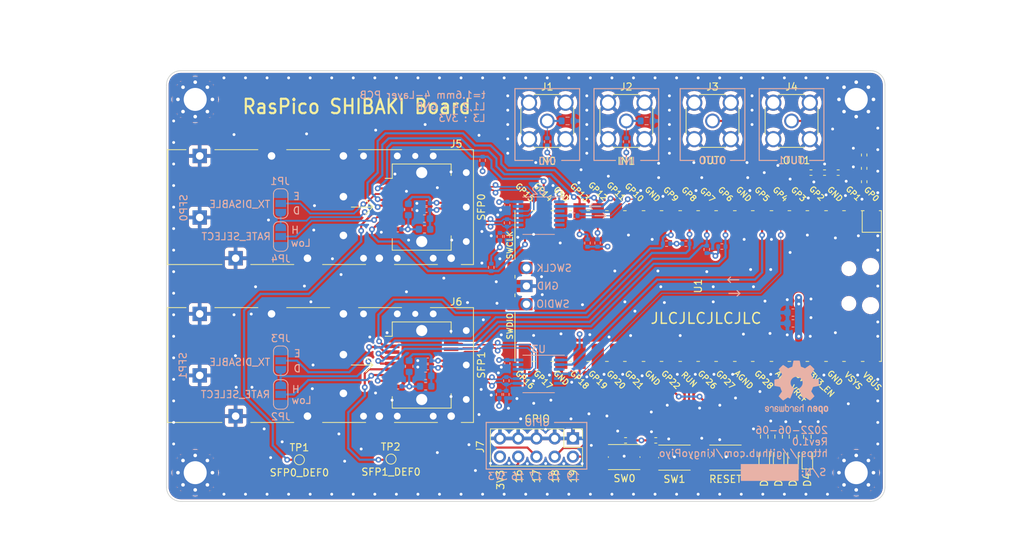
<source format=kicad_pcb>
(kicad_pcb (version 20211014) (generator pcbnew)
  (title_block (title "RasPico SHIBAKI Board") (date "2022-06-06") (rev "Rev 1.0") (company "kingyonull @twi_kingyo"))
  (layers (0 "F.Cu" signal) (1 "In1.Cu" signal) (2 "In2.Cu" signal) (31 "B.Cu" signal) (34 "B.Paste" user) (35 "F.Paste" user) (36 "B.SilkS" user "B.Silkscreen") (37 "F.SilkS" user "F.Silkscreen") (38 "B.Mask" user) (39 "F.Mask" user) (44 "Edge.Cuts" user))
  (net 0 "")
  (net 1 "+3V3")
  (net 2 "GND")
  (net 3 "Net-(C7-Pad2)")
  (net 4 "Net-(C10-Pad2)")
  (net 5 "Net-(C11-Pad1)")
  (net 6 "Net-(C12-Pad1)")
  (net 7 "Net-(D1-Pad2)")
  (net 8 "Net-(D2-Pad2)")
  (net 9 "Net-(D3-Pad2)")
  (net 10 "Net-(D4-Pad2)")
  (net 11 "Net-(J1-Pad1)")
  (net 12 "Net-(J2-Pad1)")
  (net 13 "Net-(J3-Pad1)")
  (net 14 "Net-(J4-Pad1)")
  (net 15 "/SFP0_TXFLT")
  (net 16 "/SFP0_SDA")
  (net 17 "/SFP0_SCL")
  (net 18 "Net-(J5-Pad6)")
  (net 19 "Net-(J5-Pad7)")
  (net 20 "/SFP0_RXLOS")
  (net 21 "/RD0-")
  (net 22 "/RD0+")
  (net 23 "/TD0+")
  (net 24 "/TD0-")
  (net 25 "/SFP1_TXFLT")
  (net 26 "/SFP1_SDA")
  (net 27 "/SFP1_SCL")
  (net 28 "Net-(J6-Pad6)")
  (net 29 "/SFP1_RXLOS")
  (net 30 "/RD1-")
  (net 31 "/RD1+")
  (net 32 "/TD1+")
  (net 33 "/TD1-")
  (net 34 "/LED0")
  (net 35 "/LED1")
  (net 36 "/LED2")
  (net 37 "/LED3")
  (net 38 "/SMAIN0")
  (net 39 "/SMAIN1")
  (net 40 "/SMAOUT0")
  (net 41 "Net-(R11-Pad1)")
  (net 42 "/SMAOUT1")
  (net 43 "Net-(R10-Pad2)")
  (net 44 "Net-(R11-Pad2)")
  (net 45 "Net-(R12-Pad2)")
  (net 46 "/SFP1_RXD")
  (net 47 "Net-(R15-Pad2)")
  (net 48 "/SFP0_RXD")
  (net 49 "Net-(R16-Pad2)")
  (net 50 "/SW0")
  (net 51 "/SW1")
  (net 52 "/SW_RUN")
  (net 53 "/SFP0_TXD")
  (net 54 "/SFP1_TXD")
  (net 69 "/GPIO19")
  (net 70 "/GPIO18")
  (net 71 "/GPIO17")
  (net 72 "/GPIO16")
  (net 73 "Net-(J5-Pad3)")
  (net 74 "Net-(J6-Pad3)")
  (net 75 "Net-(J6-Pad7)")
  (footprint "LED_SMD:LED_0603_1608Metric" (layer "F.Cu") (at 199.2 117 90)
    (fp_text reference "D3")
    (fp_text value "LED")
  )
  (footprint "Resistor_SMD:R_0402_1005Metric" (layer "F.Cu") (at 203.59 77.2 180)
    (fp_text reference "R11" hide)
    (fp_text value "150" hide)
  )
  (footprint "Connector_Coaxial:SMA_Amphenol_132134_Vertical" (layer "F.Cu") (at 199 70)
    (fp_text reference "J4")
    (fp_text value "SMAOUT1")
  )
  (footprint "Resistor_SMD:R_0402_1005Metric" (layer "F.Cu") (at 209.104053 74.742397 90)
    (fp_text reference "R14" hide)
    (fp_text value "150" hide)
  )
  (footprint "LED_SMD:LED_0603_1608Metric" (layer "F.Cu") (at 197.2 117 90)
    (fp_text reference "D2")
    (fp_text value "LED")
  )
  (footprint "Resistor_SMD:R_0603_1608Metric" (layer "F.Cu") (at 195.2 113.975 -90)
    (fp_text reference "R1" hide)
    (fp_text value "1k" hide)
  )
  (footprint "Connector_Coaxial:SMA_Amphenol_132134_Vertical" (layer "F.Cu") (at 188 70)
    (fp_text reference "J3")
    (fp_text value "SMAOUT0")
  )
  (footprint "Resistor_SMD:R_0603_1608Metric" (layer "F.Cu") (at 201.2 114 -90)
    (fp_text reference "R4" hide)
    (fp_text value "1k" hide)
  )
  (footprint "Connector_Coaxial:SMA_Amphenol_132134_Vertical" (layer "F.Cu") (at 165 70)
    (fp_text reference "J1")
    (fp_text value "SMAIN0")
  )
  (footprint "Resistor_SMD:R_0402_1005Metric" (layer "F.Cu") (at 175.9 114.5 180)
    (fp_text reference "R31" hide)
    (fp_text value "4.7k" hide)
  )
  (footprint "Resistor_SMD:R_0402_1005Metric" (layer "F.Cu") (at 209.108822 78.466761 90)
    (fp_text reference "R10" hide)
    (fp_text value "150" hide)
  )
  (footprint "MCU_RaspberryPi_and_Boards:RPi_Pico_SMD_TH" (layer "F.Cu") (at 186 93 -90)
    (fp_text reference "U1")
    (fp_text value "Pico")
  )
  (footprint "Button_Switch_SMD:SW_Push_1P1T_NO_Vertical_Wuerth_434133025816" (layer "F.Cu") (at 182.7 116.9 180)
    (fp_text reference "SW2" hide)
    (fp_text value "SW1")
  )
  (footprint "MountingHole:MountingHole_3.2mm_M3_Pad_Via" (layer "F.Cu") (at 116 119)
    (fp_text reference "H2" hide)
    (fp_text value "MountingHole_Pad" hide)
  )
  (footprint "Resistor_SMD:R_0402_1005Metric" (layer "F.Cu") (at 205.49 77.2 180)
    (fp_text reference "R9" hide)
    (fp_text value "150" hide)
  )
  (footprint "Connector_Coaxial:SMA_Amphenol_132134_Vertical" (layer "F.Cu") (at 176 70)
    (fp_text reference "J2")
    (fp_text value "SMAIN1")
  )
  (footprint "Button_Switch_SMD:SW_Push_1P1T_NO_Vertical_Wuerth_434133025816" (layer "F.Cu") (at 175.7 116.825 180)
    (fp_text reference "SW1" hide)
    (fp_text value "SW0")
  )
  (footprint "MountingHole:MountingHole_3.2mm_M3_Pad_Via" (layer "F.Cu") (at 208 67)
    (fp_text reference "H3" hide)
    (fp_text value "MountingHole_Pad" hide)
  )
  (footprint "LED_SMD:LED_0603_1608Metric" (layer "F.Cu") (at 195.2 117 90)
    (fp_text reference "D1")
    (fp_text value "LED")
  )
  (footprint "MountingHole:MountingHole_3.2mm_M3_Pad_Via" (layer "F.Cu") (at 208 119)
    (fp_text reference "H4" hide)
    (fp_text value "MountingHole_Pad" hide)
  )
  (footprint "MountingHole:MountingHole_3.2mm_M3_Pad_Via" (layer "F.Cu") (at 116 67)
    (fp_text reference "H1" hide)
    (fp_text value "MountingHole_Pad" hide)
  )
  (footprint "TestPoint:TestPoint_Pad_D1.0mm" (layer "F.Cu") (at 130.5 117.2)
    (fp_text reference "TP1")
    (fp_text value "SFP0_DEF0")
  )
  (footprint "Connector:Connector_SFP_and_Cage" (layer "F.Cu") (at 153.725 82)
    (fp_text reference "J5")
    (fp_text value "SFP0")
  )
  (footprint "Connector_PinHeader_2.54mm:PinHeader_2x05_P2.54mm_Vertical" (layer "F.Cu") (at 168.575 114.225 -90)
    (fp_text reference "J7")
    (fp_text value "GPIO")
  )
  (footprint "Resistor_SMD:R_0402_1005Metric" (layer "F.Cu") (at 209.1 76.6 90)
    (fp_text reference "R12" hide)
    (fp_text value "150" hide)
  )
  (footprint "Resistor_SMD:R_0603_1608Metric" (layer "F.Cu") (at 199.2 113.975 -90)
    (fp_text reference "R3" hide)
    (fp_text value "1k" hide)
  )
  (footprint "LED_SMD:LED_0603_1608Metric" (layer "F.Cu") (at 201.2 117 90)
    (fp_text reference "D4")
    (fp_text value "LED")
  )
  (footprint "Resistor_SMD:R_0603_1608Metric" (layer "F.Cu") (at 197.2 113.975 -90)
    (fp_text reference "R2" hide)
    (fp_text value "1k" hide)
  )
  (footprint "Resistor_SMD:R_0402_1005Metric" (layer "F.Cu") (at 201.7 77.2 180)
    (fp_text reference "R13" hide)
    (fp_text value "150" hide)
  )
  (footprint "Connector:Connector_SFP_and_Cage" (layer "F.Cu") (at 153.725 104)
    (fp_text reference "J6")
    (fp_text value "SFP1")
  )
  (footprint "TestPoint:TestPoint_Pad_D1.0mm" (layer "F.Cu") (at 143.25 117.1)
    (fp_text reference "TP2")
    (fp_text value "SFP1_DEF0")
  )
  (footprint "Button_Switch_SMD:SW_Push_1P1T_NO_Vertical_Wuerth_434133025816" (layer "F.Cu") (at 189.8 116.9 180)
    (fp_text reference "SW3" hide)
    (fp_text value "SW_RUN" hide)
  )
  (footprint "Resistor_SMD:R_0402_1005Metric" (layer "F.Cu") (at 180.1 114.5)
    (fp_text reference "R32" hide)
    (fp_text value "4.7k" hide)
  )
  (footprint "Resistor_SMD:R_0402_1005Metric" (layer "B.Cu") (at 156 75.49 90)
    (fp_text reference "R25" hide)
    (fp_text value "4.7k" hide)
  )
  (footprint "Resistor_SMD:R_0402_1005Metric" (layer "B.Cu") (at 157.2 90.4 -90)
    (fp_text reference "R23" hide)
    (fp_text value "4.7k" hide)
  )
  (footprint "Capacitor_SMD:C_0603_1608Metric" (layer "B.Cu") (at 147.9 83.6)
    (fp_text reference "C7" hide)
    (fp_text value "4.7u" hide)
  )
  (footprint "Resistor_SMD:R_0402_1005Metric" (layer "B.Cu") (at 159.3 106.19 -90)
    (fp_text reference "R18" hide)
    (fp_text value "100" hide)
  )
  (footprint "Capacitor_SMD:C_0603_1608Metric" (layer "B.Cu") (at 199.2 98.2 180)
    (fp_text reference "C1" hide)
    (fp_text value "4.7u" hide)
  )
  (footprint "Symbol:OSHW-Logo2_9.8x8mm_SilkScreen" (layer "B.Cu") (at 199.7 107.1 180)
    (fp_text reference "REF**" hide)
    (fp_text value "OSHW-Logo2_9.8x8mm_SilkScreen" hide)
  )
  (footprint "Capacitor_SMD:C_0402_1005Metric" (layer "B.Cu") (at 148.190601 81.45539 180)
    (fp_text reference "C11" hide)
    (fp_text value "0.1u" hide)
  )
  (footprint "Resistor_SMD:R_0402_1005Metric" (layer "B.Cu") (at 187.2 87.9 90)
    (fp_text reference "R30" hide)
    (fp_text value "4.7k" hide)
  )
  (footprint "Jumper:SolderJumper-3_P1.3mm_Open_RoundedPad1.0x1.5mm_NumberLabels" (layer "B.Cu") (at 127.9 81.5 90)
    (fp_text reference "JP1")
    (fp_text value "SFP0_TXDIS")
  )
  (footprint "Resistor_SMD:R_0402_1005Metric" (layer "B.Cu") (at 159.4 84.2 -90)
    (fp_text reference "R17" hide)
    (fp_text value "100" hide)
  )
  (footprint "Resistor_SMD:R_0402_1005Metric" (layer "B.Cu") (at 170.6 87.01 90)
    (fp_text reference "R27" hide)
    (fp_text value "4.7k" hide)
  )
  (footprint "Resistor_SMD:R_0402_1005Metric" (layer "B.Cu") (at 165 72.9 -90)
    (fp_text reference "R7" hide)
    (fp_text value "150" hide)
  )
  (footprint "Jumper:SolderJumper-3_P1.3mm_Open_RoundedPad1.0x1.5mm_NumberLabels" (layer "B.Cu") (at 127.9 103.4 90)
    (fp_text reference "JP3")
    (fp_text value "SFP1_TXDIS")
  )
  (footprint "Capacitor_SMD:C_0402_1005Metric" (layer "B.Cu") (at 159.439105 81.731049 -90)
    (fp_text reference "C3" hide)
    (fp_text value "0.1u" hide)
  )
  (footprint "Resistor_SMD:R_0402_1005Metric" (layer "B.Cu") (at 168.691366 105.247573 180)
    (fp_text reference "R15" hide)
    (fp_text value "150" hide)
  )
  (footprint "Inductor_SMD:L_0603_1608Metric" (layer "B.Cu") (at 147.9125 85.1)
    (fp_text reference "L2" hide)
    (fp_text value "BLM18PG331SN1D" hide)
  )
  (footprint "Resistor_SMD:R_0603_1608Metric" (layer "B.Cu") (at 178.825 70)
    (fp_text reference "R6" hide)
    (fp_text value "51" hide)
  )
  (footprint "Resistor_SMD:R_0402_1005Metric" (layer "B.Cu") (at 189.3 87.5)
    (fp_text reference "R24" hide)
    (fp_text value "4.7k" hide)
  )
  (footprint "Resistor_SMD:R_0402_1005Metric" (layer "B.Cu") (at 158.408404 86.095559 90)
    (fp_text reference "R19" hide)
    (fp_text value "9.1k" hide)
  )
  (footprint "Resistor_SMD:R_0402_1005Metric" (layer "B.Cu") (at 168.7 83.2 180)
    (fp_text reference "R16" hide)
    (fp_text value "150" hide)
  )
  (footprint "Capacitor_SMD:C_0402_1005Metric" (layer "B.Cu") (at 144.241275 106.973049)
    (fp_text reference "C6" hide)
    (fp_text value "0.1u" hide)
  )
  (footprint "Resistor_SMD:R_0402_1005Metric" (layer "B.Cu") (at 181.6 87.1 180)
    (fp_text reference "R26" hide)
    (fp_text value "4.7k" hide)
  )
  (footprint "Capacitor_SMD:C_0603_1608Metric" (layer "B.Cu") (at 148.075 105.5)
    (fp_text reference "C9" hide)
    (fp_text value "4.7u" hide)
  )
  (footprint "Resistor_SMD:R_0402_1005Metric" (layer "B.Cu") (at 176 72.9 -90)
    (fp_text reference "R8" hide)
    (fp_text value "150" hide)
  )
  (footprint "Resistor_SMD:R_0402_1005Metric" (layer "B.Cu") (at 158.313701 108.102886 90)
    (fp_text reference "R21" hide)
    (fp_text value "9.1k" hide)
  )
  (footprint "Capacitor_SMD:C_0402_1005Metric" (layer "B.Cu") (at 148.190601 82.382746)
    (fp_text reference "C8" hide)
    (fp_text value "0.1u" hide)
  )
  (footprint "Inductor_SMD:L_0603_1608Metric" (layer "B.Cu") (at 145.659928 82.339614 90)
    (fp_text reference "L1" hide)
    (fp_text value "BLM18PG331SN1D" hide)
  )
  (footprint "Capacitor_SMD:C_0402_1005Metric" (layer "B.Cu") (at 159.441722 103.776213 -90)
    (fp_text reference "C4" hide)
    (fp_text value "0.1u" hide)
  )
  (footprint "Capacitor_SMD:C_0402_1005Metric" (layer "B.Cu") (at 144.2 85.1)
    (fp_text reference "C5" hide)
    (fp_text value "0.1u" hide)
  )
  (footprint "Inductor_SMD:L_0603_1608Metric" (layer "B.Cu") (at 148.072124 106.960766)
    (fp_text reference "L4" hide)
    (fp_text value "BLM18PG331SN1D" hide)
  )
  (footprint "Jumper:SolderJumper-3_P1.3mm_Open_RoundedPad1.0x1.5mm_NumberLabels" (layer "B.Cu") (at 127.9 108.1 -90)
    (fp_text reference "JP2")
    (fp_text value "SFP1_RATESEL")
  )
  (footprint "Inductor_SMD:L_0603_1608Metric" (layer "B.Cu") (at 145.77886 104.185886 90)
    (fp_text reference "L3" hide)
    (fp_text value "BLM18PG331SN1D" hide)
  )
  (footprint "Capacitor_SMD:C_0603_1608Metric" (layer "B.Cu") (at 199.2 96.7 180)
    (fp_text reference "C2" hide)
    (fp_text value "4.7u" hide)
  )
  (footprint "Resistor_SMD:R_0402_1005Metric" (layer "B.Cu") (at 172 87 90)
    (fp_text reference "R29" hide)
    (fp_text value "4.7k" hide)
  )
  (footprint "Resistor_SMD:R_0402_1005Metric" (layer "B.Cu") (at 184.3 87.1)
    (fp_text reference "R28" hide)
    (fp_text value "4.7k" hide)
  )
  (footprint "Jumper:SolderJumper-3_P1.3mm_Open_RoundedPad1.0x1.5mm_NumberLabels" (layer "B.Cu") (at 127.9 86.1 -90)
    (fp_text reference "JP4")
    (fp_text value "SFP0_RATESEL")
  )
  (footprint "Resistor_SMD:R_0603_1608Metric" (layer "B.Cu") (at 167.825 70)
    (fp_text reference "R5" hide)
    (fp_text value "51" hide)
  )
  (footprint "Resistor_SMD:R_0402_1005Metric" (layer "B.Cu") (at 159.4 86.1 -90)
    (fp_text reference "R20" hide)
    (fp_text value "5.1k" hide)
  )
  (footprint "Capacitor_SMD:C_0402_1005Metric" (layer "B.Cu") (at 148.379805 104.306657)
    (fp_text reference "C10" hide)
    (fp_text value "0.1u" hide)
  )
  (footprint "Package_SO:TSSOP-14_4.4x5mm_P0.65mm" (layer "B.Cu") (at 163.8 105.25 180)
    (fp_text reference "U3")
    (fp_text value "FIN1019MTC" hide)
  )
  (footprint "Resistor_SMD:R_0402_1005Metric" (layer "B.Cu") (at 159.3 108.1 -90)
    (fp_text reference "R22" hide)
    (fp_text value "5.1k" hide)
  )
  (footprint "Package_SO:TSSOP-14_4.4x5mm_P0.65mm" (layer "B.Cu") (at 163.8 83.2 180)
    (fp_text reference "U2")
    (fp_text value "FIN1019MTC" hide)
  )
  (footprint "Capacitor_SMD:C_0402_1005Metric" (layer "B.Cu") (at 148.37886 103.385886 180)
    (fp_text reference "C12" hide)
    (fp_text value "0.1u" hide)
  )
  (gr_line (start 171.5 75.5) (end 174.5 75.5) (layer "B.SilkS") (width 0.15))
  (gr_line (start 171.5 65.5) (end 171.5 75.5) (layer "B.SilkS") (width 0.15))
  (gr_line (start 169.5 65.5) (end 160.5 65.5) (layer "B.SilkS") (width 0.15))
  (gr_line (start 180.5 65.5) (end 180.5 75.5) (layer "B.SilkS") (width 0.15))
  (gr_line (start 180.5 75.5) (end 178 75.5) (layer "B.SilkS") (width 0.15))
  (gr_line (start 194.5 75.5) (end 197 75.5) (layer "B.SilkS") (width 0.15))
  (gr_line (start 169.5 65.5) (end 169.5 75.5) (layer "B.SilkS") (width 0.15))
  (gr_line (start 194.5 65.5) (end 194.5 75.5) (layer "B.SilkS") (width 0.15))
  (gr_line (start 183.5 75.5) (end 185.5 75.5) (layer "B.SilkS") (width 0.15))
  (gr_line (start 160.5 65.5) (end 160.5 75.5) (layer "B.SilkS") (width 0.15))
  (gr_line (start 166 112) (end 170.5 112) (layer "B.SilkS") (width 0.15))
  (gr_line (start 183.5 65.5) (end 183.5 75.5) (layer "B.SilkS") (width 0.15))
  (gr_line (start 170.5 112) (end 170.5 118.5) (layer "B.SilkS") (width 0.15))
  (gr_line (start 192.5 65.5) (end 192.5 75.5) (layer "B.SilkS") (width 0.15))
  (gr_line (start 192.5 75.5) (end 190.5 75.5) (layer "B.SilkS") (width 0.15))
  (gr_line (start 192.5 65.5) (end 183.5 65.5) (layer "B.SilkS") (width 0.15))
  (gr_line (start 180.5 65.5) (end 171.5 65.5) (layer "B.SilkS") (width 0.15))
  (gr_rect (start 199.909388 117.871481) (end 192.009388 120.071481) (layer "B.SilkS") (width 0.15) (fill solid))
  (gr_line (start 203.5 65.5) (end 194.5 65.5) (layer "B.SilkS") (width 0.15))
  (gr_line (start 160.5 75.5) (end 163 75.5) (layer "B.SilkS") (width 0.15))
  (gr_line (start 169.5 75.5) (end 167 75.5) (layer "B.SilkS") (width 0.15))
  (gr_line (start 170.5 118.5) (end 156.5 118.5) (layer "B.SilkS") (width 0.15))
  (gr_line (start 201.5 75.5) (end 203.5 75.5) (layer "B.SilkS") (width 0.15))
  (gr_line (start 203.5 75.5) (end 203.5 65.5) (layer "B.SilkS") (width 0.15))
  (gr_line (start 156.5 118.5) (end 156.5 112) (layer "B.SilkS") (width 0.15))
  (gr_line (start 156.5 112) (end 161 112) (layer "B.SilkS") (width 0.15))
  (gr_line (start 112 121) (end 112 65) (layer "Edge.Cuts") (width 0.1))
  (gr_arc (start 112 65) (mid 112.585786 63.585786) (end 114 63) (layer "Edge.Cuts") (width 0.1))
  (gr_line (start 212 65) (end 212 121) (layer "Edge.Cuts") (width 0.1))
  (gr_arc (start 210 63) (mid 211.414214 63.585786) (end 212 65) (layer "Edge.Cuts") (width 0.1))
  (gr_arc (start 114 123) (mid 112.585786 122.414214) (end 112 121) (layer "Edge.Cuts") (width 0.1))
  (gr_line (start 114 63) (end 210 63) (layer "Edge.Cuts") (width 0.1))
  (gr_line (start 210 123) (end 114 123) (layer "Edge.Cuts") (width 0.1))
  (gr_arc (start 212 121) (mid 211.414214 122.414214) (end 210 123) (layer "Edge.Cuts") (width 0.1))
  (gr_text "OUT1" (at 199 75.5) (layer "B.SilkS") (effects (font (size 1 1)) (justify mirror)))
  (gr_text "H" (at 129.9 85.2) (layer "B.SilkS") (effects (font (size 1 1)) (justify mirror)))
  (gr_text "17" (at 163.4 119.5) (layer "B.SilkS") (effects (font (size 1 1)) (justify mirror)))
  (gr_text "SFP0" (at 114.4 82.1 90) (layer "B.SilkS") (effects (font (size 1 1)) (justify mirror)))
  (gr_text "H" (at 130 107.4) (layer "B.SilkS") (effects (font (size 1 1)) (justify mirror)))
  (gr_text "SWCLK" (at 168.5 90.5) (layer "B.SilkS") (effects (font (size 1 1)) (justify left mirror)))
  (gr_text "IN0\n" (at 165 75.6) (layer "B.SilkS") (effects (font (size 1 1)) (justify mirror)))
  (gr_text "RATE_SELECT" (at 121.7 86.1) (layer "B.SilkS") (effects (font (size 1 1)) (justify mirror)))
  (gr_text "Low" (at 130.7 87) (layer "B.SilkS") (effects (font (size 1 1)) (justify mirror)))
  (gr_text "Low" (at 130.8 108.9) (layer "B.SilkS") (effects (font (size 1 1)) (justify mirror)))
  (gr_text "3V3" (at 158.1 119.5) (layer "B.SilkS") (effects (font (size 1 1)) (justify mirror)))
  (gr_text "GPIO" (at 163.6 112) (layer "B.SilkS") (effects (font (size 1 1)) (justify mirror)))
  (gr_text "19" (at 168.611509 119.513023) (layer "B.SilkS") (effects (font (size 1 1)) (justify mirror)))
  (gr_text "→" (at 171.641631 81.754079) (layer "B.SilkS") (effects (font (size 2 2)) (justify mirror)))
  (gr_text "2022-06-06\nRev1.0\nhttps://github.com/kingyoPiyo" (at 204.161788 114.685108) (layer "B.SilkS") (effects (font (size 1 1)) (justify left mirror)))
  (gr_text "GND" (at 166.7 93) (layer "B.SilkS") (effects (font (size 1 1)) (justify left mirror)))
  (gr_text "→" (at 191.034328 94.177898 180) (layer "B.SilkS") (effects (font (size 2 2)) (justify mirror)))
  (gr_text "TX_DISABLE" (at 122.2 103.6) (layer "B.SilkS") (effects (font (size 1 1)) (justify mirror)))
  (gr_text "SWDIO" (at 168.2 95.5) (layer "B.SilkS") (effects (font (size 1 1)) (justify left mirror)))
  (gr_text "TX_DISABLE" (at 122.2 81.6) (layer "B.SilkS") (effects (font (size 1 1)) (justify mirror)))
  (gr_text "→" (at 190.889479 91.972964) (layer "B.SilkS") (effects (font (size 2 2)) (justify mirror)))
  (gr_text "D" (at 130.2 104.5) (layer "B.SilkS") (effects (font (size 1 1)) (justify mirror)))
  (gr_text "→" (at 172.403433 83.35279 180) (layer "B.SilkS") (effects (font (size 2 2)) (justify mirror)))
  (gr_text "D" (at 130.1 82.5) (layer "B.SilkS") (effects (font (size 1 1)) (justify mirror)))
  (gr_text "SFP1" (at 114.3 104.1 90) (layer "B.SilkS") (effects (font (size 1 1)) (justify mirror)))
  (gr_text "OUT0" (at 188 75.5) (layer "B.SilkS") (effects (font (size 1 1)) (justify mirror)))
  (gr_text "E" (at 130.2 102.4) (layer "B.SilkS") (effects (font (size 1 1)) (justify mirror)))
  (gr_text "16" (at 160.9 119.5) (layer "B.SilkS") (effects (font (size 1 1)) (justify mirror)))
  (gr_text "E" (at 130.1 80.5) (layer "B.SilkS") (effects (font (size 1 1)) (justify mirror)))
  (gr_text "IN1\n" (at 176 75.6) (layer "B.SilkS") (effects (font (size 1 1)) (justify mirror)))
  (gr_text "S/N:" (at 202.059213 118.937508) (layer "B.SilkS") (effects (font (size 1 1)) (justify mirror)))
  (gr_text "RATE_SELECT" (at 121.6 108.1) (layer "B.SilkS") (effects (font (size 1 1)) (justify mirror)))
  (gr_text "t=1.6mm 4-Layer PCB\nL1,2,4 : GND\nL3 : 3V3" (at 156.5 68) (layer "B.SilkS") (effects (font (size 1 1)) (justify left mirror)))
  (gr_text "18" (at 165.955071 119.492023) (layer "B.SilkS") (effects (font (size 1 1)) (justify mirror)))
  (gr_text "GPIO" (at 163.6 111.5) (layer "F.SilkS") (effects (font (size 1 1))))
  (gr_text "19" (at 168.605 119.5 90) (layer "F.SilkS") (effects (font (size 1 1))))
  (gr_text "OUT1" (at 199.7 75.5) (layer "F.SilkS") (effects (font (size 1 1))))
  (gr_text "RESET" (at 189.8 119.9) (layer "F.SilkS") (effects (font (size 1 1))))
  (gr_text "16\n" (at 161 119.5 90) (layer "F.SilkS") (effects (font (size 1 1))))
  (gr_text "OUT0" (at 188 75.5) (layer "F.SilkS") (effects (font (size 1 1))))
  (gr_text "18" (at 166.1 119.5 90) (layer "F.SilkS") (effects (font (size 1 1))))
  (gr_text "3V3" (at 158.5 120 90) (layer "F.SilkS") (effects (font (size 1 1))))
  (gr_text "IN0\n" (at 165 75.6) (layer "F.SilkS") (effects (font (size 1 1))))
  (gr_text "IN1\n" (at 176 75.6) (layer "F.SilkS") (effects (font (size 1 1))))
  (gr_text "JLCJLCJLCJLC" (at 187.1 97.5) (layer "F.SilkS") (effects (font (size 1.5 1.5) (thickness 0.2))))
  (gr_text "RasPico SHIBAKI Board" (at 138.476223 68) (layer "F.SilkS") (effects (font (size 2 1.8) (thickness 0.3))))
  (gr_text "17" (at 163.5 119.5 90) (layer "F.SilkS") (effects (font (size 1 1))))
  (segment (start 200 101.86) (end 200 100.06) (width 1) (layer "F.Cu") (net 1))
  (segment (start 200 100) (end 199.97 100.03) (width 0.8) (layer "F.Cu") (net 1))
  (segment (start 199.97 101.89) (end 200 101.86) (width 1) (layer "F.Cu") (net 1))
  (segment (start 200 100.06) (end 199.97 100.03) (width 1) (layer "F.Cu") (net 1))
  (segment (start 176.41 114.5) (end 178.1 114.5) (width 0.3) (layer "F.Cu") (net 1))
  (segment (start 179.59 114.5) (end 178.1 114.5) (width 0.3) (layer "F.Cu") (net 1))
  (via (at 158.4 87.6) (size 0.8) (drill 0.4) (layers "F.Cu" "B.Cu") (net 1))
  (via (at 200 100) (size 0.8) (drill 0.4) (layers "F.Cu" "B.Cu") (net 1))
  (via (at 178.1 114.5) (size 0.8) (drill 0.4) (layers "F.Cu" "B.Cu") (net 1))
  (via (at 173.4 87.5) (size 0.8) (drill 0.4) (layers "F.Cu" "B.Cu") (net 1))
  (via (at 169.5 99.7) (size 0.8) (drill 0.4) (layers "F.Cu" "B.Cu") (net 1))
  (via (at 156 77) (size 0.8) (drill 0.4) (layers "F.Cu" "B.Cu") (net 1))
  (via (at 166.7 80.2) (size 0.8) (drill 0.4) (layers "F.Cu" "B.Cu") (net 1))
  (via (at 158.3 109.7) (size 0.8) (drill 0.4) (layers "F.Cu" "B.Cu") (net 1))
  (via (at 200 94.6) (size 0.8) (drill 0.4) (layers "F.Cu" "B.Cu") (net 1))
  (via (at 158.3 81.3) (size 0.8) (drill 0.4) (layers "F.Cu" "B.Cu") (net 1))
  (via (at 145.8 107) (size 0.8) (drill 0.4) (layers "F.Cu" "B.Cu") (net 1))
  (via (at 139.6 82.7) (size 0.8) (drill 0.4) (layers "F.Cu" "B.Cu") (net 1))
  (via (at 200 95.5) (size 0.8) (drill 0.4) (layers "F.Cu" "B.Cu") (net 1))
  (via (at 158.3 103.3) (size 0.8) (drill 0.4) (layers "F.Cu" "B.Cu") (net 1))
  (via (at 145.6 85.1) (size 0.8) (drill 0.4) (layers "F.Cu" "B.Cu") (net 1))
  (via (at 183 87.1) (size 0.8) (drill 0.4) (layers "F.Cu" "B.Cu") (net 1))
  (via (at 188.4 88.8) (size 0.8) (drill 0.4) (layers "F.Cu" "B.Cu") (net 1))
  (via (at 140.1 103.5) (size 0.8) (drill 0.4) (layers "F.Cu" "B.Cu") (net 1))
  (segment (start 147.125 85.1) (end 145.6 85.1) (width 0.3) (layer "B.Cu") (net 1))
  (segment (start 127.9 104.7) (end 127.9 105.8) (width 0.3) (layer "B.Cu") (net 1))
  (segment (start 127.9 83.9) (end 127.9 84.8) (width 0.25) (layer "B.Cu") (net 1))
  (segment (start 140.1 104.003044) (end 138.529546 105.573498) (width 0.3) (layer "B.Cu") (net 1))
  (segment (start 171.99 87.52) (end 172 87.51) (width 0.25) (layer "B.Cu") (net 1))
  (segment (start 182.11 87.1) (end 183.79 87.1) (width 0.3) (layer "B.Cu") (net 1))
  (segment (start 169.5 101.6) (end 169.5 99.7) (width 0.3) (layer "B.Cu") (net 1))
  (segment (start 166.6625 81.25) (end 166.6625 80.2375) (width 0.3) (layer "B.Cu") (net 1))
  (segment (start 158.303787 103.296213) (end 158.3 103.3) (width 0.3) (layer "B.Cu") (net 1))
  (segment (start 145.77886 106.97886) (end 145.8 107) (width 0.3) (layer "B.Cu") (net 1))
  (segment (start 167.8 103.3) (end 169.4 101.7) (width 0.3) (layer "B.Cu") (net 1))
  (segment (start 200 100) (end 200 97.825) (width 0.8) (layer "B.Cu") (net 1))
  (segment (start 158.348951 81.251049) (end 158.3 81.3) (width 0.3) (layer "B.Cu") (net 1))
  (segment (start 158.408404 87.591596) (end 158.4 87.6) (width 0.3) (layer "B.Cu") (net 1))
  (segment (start 159.441722 103.296213) (end 160.933713 103.296213) (width 0.3) (layer "B.Cu") (net 1))
  (segment (start 188.79 87.7) (end 188.79 88.41) (width 0.3) (layer "B.Cu") (net 1))
  (segment (start 145.77886 104.973386) (end 145.77886 106.97886) (width 0.3) (layer "B.Cu") (net 1))
  (segment (start 158.408404 86.605559) (end 158.408404 87.591596) (width 0.3) (layer "B.Cu") (net 1))
  (segment (start 170.6 87.52) (end 171.99 87.52) (width 0.25) (layer "B.Cu") (net 1))
  (segment (start 140.1 103.5) (end 140.1 104.003044) (width 0.3) (layer "B.Cu") (net 1))
  (segment (start 188.01 88.41) (end 188.4 88.8) (width 0.3) (layer "B.Cu") (net 1))
  (segment (start 139.6 82.7) (end 138.9 83.4) (width 0.25) (layer "B.Cu") (net 1))
  (segment (start 127.9 105.8) (end 127.9 106.8) (width 0.3) (layer "B.Cu") (net 1))
  (segment (start 159.439105 81.251049) (end 158.348951 81.251049) (width 0.3) (layer "B.Cu") (net 1))
  (segment (start 172 87.51) (end 173.39 87.51) (width 0.25) (layer "B.Cu") (net 1))
  (segment (start 158.313701 108.612886) (end 158.313701 109.686299) (width 0.3) (layer "B.Cu") (net 1))
  (segment (start 145.659928 85.040072) (end 145.6 85.1) (width 0.3) (layer "B.Cu") (net 1))
  (segment (start 188.79 88.41) (end 188.4 88.8) (width 0.3) (layer "B.Cu") (net 1))
  (segment (start 156 76) (end 156 77) (width 0.25) (layer "B.Cu") (net 1))
  (segment (start 145.773049 106.973049) (end 145.8 107) (width 0.3) (layer "B.Cu") (net 1))
  (segment (start 159.441722 103.296213) (end 158.303787 103.296213) (width 0.3) (layer "B.Cu") (net 1))
  (segment (start 132 83.4) (end 131.5 83.9) (width 0.25) (layer "B.Cu") (net 1))
  (segment (start 158.4 87.6) (end 157.2 88.8) (width 0.25) (layer "B.Cu") (net 1))
  (segment (start 127.9 82.8) (end 127.9 83.9) (width 0.25) (layer "B.Cu") (net 1))
  (segment (start 147.24539 107) (end 147.284624 106.960766) (width 0.3) (layer "B.Cu") (net 1))
  (segment (start 138.9 83.4) (end 132 83.4) (width 0.25) (layer "B.Cu") (net 1))
  (segment (start 160.933713 103.296213) (end 160.9375 103.3) (width 0.3) (layer "B.Cu") (net 1))
  (segment (start 166.6625 80.2375) (end 166.7 80.2) (width 0.3) (layer "B.Cu") (net 1))
  (segment (start 158.313701 109.686299) (end 158.3 109.7) (width 0.3) (layer "B.Cu") (net 1))
  (segment (start 199.975 99.975) (end 200 100) (width 0.8) (layer "B.Cu") (net 1))
  (segment (start 199.975 94.6) (end 199.975 99.975) (width 1) (layer "B.Cu") (net 1))
  (segment (start 160.9375 81.25) (end 159.440154 81.25) (width 0.3) (layer "B.Cu") (net 1))
  (segment (start 200 95.5) (end 199.975 95.475) (width 0.8) (layer "B.Cu") (net 1))
  (segment (start 199.975 95.475) (end 199.975 94.6) (width 0.8) (layer "B.Cu") (net 1))
  (segment (start 187.2 88.41) (end 188.01 88.41) (width 0.3) (layer "B.Cu") (net 1))
  (segment (start 173.39 87.51) (end 173.4 87.5) (width 0.25) (layer "B.Cu") (net 1))
  (segment (start 159.440154 81.25) (end 159.439105 81.251049) (width 0.3) (layer "B.Cu") (net 1))
  (segment (start 157.2 88.8) (end 157.2 89.89) (width 0.25) (layer "B.Cu") (net 1))
  (segment (start 166.6625 103.3) (end 167.8 103.3) (width 0.3) (layer "B.Cu") (net 1))
  (segment (start 169.4 101.7) (end 169.5 101.6) (width 0.3) (layer "B.Cu") (net 1))
  (segment (start 138.529546 105.573498) (end 127.926502 105.573498) (width 0.3) (layer "B.Cu") (net 1))
  (segment (start 145.8 107) (end 147.24539 107) (width 0.3) (layer "B.Cu") (net 1))
  (segment (start 127.926502 105.573498) (end 127.9 105.6) (width 0.3) (layer "B.Cu") (net 1))
  (segment (start 145.659928 83.127114) (end 145.659928 85.040072) (width 0.3) (layer "B.Cu") (net 1))
  (segment (start 131.5 83.9) (end 127.9 83.9) (width 0.25) (layer "B.Cu") (net 1))
  (segment (start 144.68 85.1) (end 145.6 85.1) (width 0.3) (layer "B.Cu") (net 1))
  (segment (start 144.721275 106.973049) (end 145.773049 106.973049) (width 0.3) (layer "B.Cu") (net 1))
  (via (at 181.9 114.3) (size 0.8) (drill 0.4) (layers "F.Cu" "B.Cu") (net 2))
  (via (at 159 64) (size 0.8) (drill 0.4) (layers "F.Cu" "B.Cu") (net 2))
  (via (at 140.3 100.1) (size 0.8) (drill 0.4) (layers "F.Cu" "B.Cu") (net 2))
  (via (at 164.3 94.2) (size 0.8) (drill 0.4) (layers "F.Cu" "B.Cu") (net 2))
  (via (at 202.7 111.9) (size 0.8) (drill 0.4) (layers "F.Cu" "B.Cu") (net 2))
  (via (at 168.3 111.5) (size 0.8) (drill 0.4) (layers "F.Cu" "B.Cu") (net 2))
  (via (at 177 64) (size 0.8) (drill 0.4) (layers "F.Cu" "B.Cu") (net 2))
  (via (at 142.7 99.5) (size 0.8) (drill 0.4) (layers "F.Cu" "B.Cu") (net 2))
  (via (at 154.1 115.1) (size 0.8) (drill 0.4) (layers "F.Cu" "B.Cu") (net 2))
  (via (at 131.5 71.8) (size 0.8) (drill 0.4) (layers "F.Cu" "B.Cu") (net 2))
  (via (at 126.2 83.8) (size 0.8) (drill 0.4) (layers "F.Cu" "B.Cu") (net 2))
  (via (at 157.9 92.4) (size 0.8) (drill 0.4) (layers "F.Cu" "B.Cu") (net 2))
  (via (at 139.1 115.7) (size 0.8) (drill 0.4) (layers "F.Cu" "B.Cu") (net 2))
  (via (at 160.9 86.2) (size 0.8) (drill 0.4) (layers "F.Cu" "B.Cu") (net 2))
  (via (at 123 122) (size 0.8) (drill 0.4) (layers "F.Cu" "B.Cu") (net 2))
  (via (at 158.2 105.1) (size 0.8) (drill 0.4) (layers "F.Cu" "B.Cu") (net 2))
  (via (at 176.3 85.9) (size 0.8) (drill 0.4) (layers "F.Cu" "B.Cu") (net 2))
  (via (at 171.127511 115.195912) (size 0.8) (drill 0.4) (layers "F.Cu" "B.Cu") (net 2))
  (via (at 192.8 75.8) (size 0.8) (drill 0.4) (layers "F.Cu" "B.Cu") (net 2))
  (via (at 174 64) (size 0.8) (drill 0.4) (layers "F.Cu" "B.Cu") (net 2))
  (via (at 169.849419 117.739003) (size 0.8) (drill 0.4) (layers "F.Cu" "B.Cu") (net 2))
  (via (at 159.5 74.5) (size 0.8) (drill 0.4) (layers "F.Cu" "B.Cu") (net 2))
  (via (at 153 64) (size 0.8) (drill 0.4) (layers "F.Cu" "B.Cu") (net 2))
  (via (at 205.1 99.5) (size 0.8) (drill 0.4) (layers "F.Cu" "B.Cu") (net 2))
  (via (at 198.8 78.1) (size 0.8) (drill 0.4) (layers "F.Cu" "B.Cu") (net 2))
  (via (at 155.9 89.8) (size 0.8) (drill 0.4) (layers "F.Cu" "B.Cu") (net 2))
  (via (at 183 122) (size 0.8) (drill 0.4) (layers "F.Cu" "B.Cu") (net 2))
  (via (at 195 64) (size 0.8) (drill 0.4) (layers "F.Cu" "B.Cu") (net 2))
  (via (at 170.5 72.5) (size 0.8) (drill 0.4) (layers "F.Cu" "B.Cu") (net 2))
  (via (at 179.6 86.5) (size 0.8) (drill 0.4) (layers "F.Cu" "B.Cu") (net 2))
  (via (at 136.3 91.4) (size 0.8) (drill 0.4) (layers "F.Cu" "B.Cu") (net 2))
  (via (at 192.9 77.9) (size 0.8) (drill 0.4) (layers "F.Cu" "B.Cu") (net 2))
  (via (at 165 64) (size 0.8) (drill 0.4) (layers "F.Cu" "B.Cu") (net 2))
  (via (at 177.2 96.5) (size 0.8) (drill 0.4) (layers "F.Cu" "B.Cu") (net 2))
  (via (at 162 64) (size 0.8) (drill 0.4) (layers "F.Cu" "B.Cu") (net 2))
  (via (at 208.8 80.9) (size 0.8) (drill 0.4) (layers "F.Cu" "B.Cu") (net 2))
  (via (at 182 72.5) (size 0.8) (drill 0.4) (layers "F.Cu" "B.Cu") (net 2))
  (via (at 148 70.5) (size 0.8) (drill 0.4) (layers "F.Cu" "B.Cu") (net 2))
  (via (at 168 64) (size 0.8) (drill 0.4) (layers "F.Cu" "B.Cu") (net 2))
  (via (at 129 64) (size 0.8) (drill 0.4) (layers "F.Cu" "B.Cu") (net 2))
  (via (at 189.9 116.8) (size 0.8) (drill 0.4) (layers "F.Cu" "B.Cu") (net 2))
  (via (at 113 112) (size 0.8) (drill 0.4) (layers "F.Cu" "B.Cu") (net 2))
  (via (at 157.2 108.2) (size 0.8) (drill 0.4) (layers "F.Cu" "B.Cu") (net 2))
  (via (at 193.3 90.7) (size 0.8) (drill 0.4) (layers "F.Cu" "B.Cu") (net 2))
  (via (at 180.8 93.1) (size 0.8) (drill 0.4) (layers "F.Cu" "B.Cu") (net 2))
  (via (at 125.6 112.9) (size 0.8) (drill 0.4) (layers "F.Cu" "B.Cu") (net 2))
  (via (at 165.5 108.9) (size 0.8) (drill 0.4) (layers "F.Cu" "B.Cu") (net 2))
  (via (at 186.2 110) (size 0.8) (drill 0.4) (layers "F.Cu" "B.Cu") (net 2))
  (via (at 113 88) (size 0.8) (drill 0.4) (layers "F.Cu" "B.Cu") (net 2))
  (via (at 141.117209 71.283493) (size 0.8) (drill 0.4) (layers "F.Cu" "B.Cu") (net 2))
  (via (at 173.5 77.7) (size 0.8) (drill 0.4) (layers "F.Cu" "B.Cu") (net 2))
  (via (at 204.712518 71.125997) (size 0.8) (drill 0.4) (layers "F.Cu" "B.Cu") (net 2))
  (via (at 196.2 86.5) (size 0.8) (drill 0.4) (layers "F.Cu" "B.Cu") (net 2))
  (via (at 180 64) (size 0.8) (drill 0.4) (layers "F.Cu" "B.Cu") (net 2))
  (via (at 157.2 86) (size 0.8) (drill 0.4) (layers "F.Cu" "B.Cu") (net 2))
  (via (at 189 64) (size 0.8) (drill 0.4) (layers "F.Cu" "B.Cu") (net 2))
  (via (at 201.7 97.4) (size 0.8) (drill 0.4) (layers "F.Cu" "B.Cu") (net 2))
  (via (at 113 82) (size 0.8) (drill 0.4) (layers "F.Cu" "B.Cu") (net 2))
  (via (at 158.6 99.8) (size 0.8) (drill 0.4) (layers "F.Cu" "B.Cu") (net 2))
  (via (at 198.4 94.9) (size 0.8) (drill 0.4) (layers "F.Cu" "B.Cu") (net 2))
  (via (at 182 74.5) (size 0.8) (drill 0.4) (layers "F.Cu" "B.Cu") (net 2))
  (via (at 167.295879 117.739003) (size 0.8) (drill 0.4) (layers "F.Cu" "B.Cu") (net 2))
  (via (at 151.6 77.1) (size 0.8) (drill 0.4) (layers "F.Cu" "B.Cu") (net 2))
  (via (at 175.7 116.7) (size 0.8) (drill 0.4) (layers "F.Cu" "B.Cu") (net 2))
  (via (at 164.2 91.7) (size 0.8) (drill 0.4) (layers "F.Cu" "B.Cu") (net 2))
  (via (at 186.5 114.2) (size 0.8) (drill 0.4) (layers "F.Cu" "B.Cu") (net 2))
  (via (at 195 122) (size 0.8) (drill 0.4) (layers "F.Cu" "B.Cu") (net 2))
  (via (at 163.115058 109.334039) (size 0.8) (drill 0.4) (layers "F.Cu" "B.Cu") (net 2))
  (via (at 186.5 77.9) (size 0.8) (drill 0.4) (layers "F.Cu" "B.Cu") (net 2))
  (via (at 181.7 109.6) (size 0.8) (drill 0.4) (layers "F.Cu" "B.Cu") (net 2))
  (via (at 155.8 107.4) (size 0.8) (drill 0.4) (layers "F.Cu" "B.Cu") (net 2))
  (via (at 135 64) (size 0.8) (drill 0.4) (layers "F.Cu" "B.Cu") (net 2))
  (via (at 211 77) (size 0.8) (drill 0.4) (layers "F.Cu" "B.Cu") (net 2))
  (via (at 201.6 100) (size 0.8) (drill 0.4) (layers "F.Cu" "B.Cu") (net 2))
  (via (at 126 64) (size 0.8) (drill 0.4) (layers "F.Cu" "B.Cu") (net 2))
  (via (at 113 70) (size 0.8) (drill 0.4) (layers "F.Cu" "B.Cu") (net 2))
  (via (at 170.919336 99.774458) (size 0.8) (drill 0.4) (layers "F.Cu" "B.Cu") (net 2))
  (via (at 155.5 110.9) (size 0.8) (drill 0.4) (layers "F.Cu" "B.Cu") (net 2))
  (via (at 143.4 108.9) (size 0.8) (drill 0.4) (layers "F.Cu" "B.Cu") (net 2))
  (via (at 188.1 93.1) (size 0.8) (drill 0.4) (layers "F.Cu" "B.Cu") (net 2))
  (via (at 159.5 70.5) (size 0.8) (drill 0.4) (layers "F.Cu" "B.Cu") (net 2))
  (via (at 183.5 99.9) (size 0.8) (drill 0.4) (layers "F.Cu" "B.Cu") (net 2))
  (via (at 155 118.7) (size 0.8) (drill 0.4) (layers "F.Cu" "B.Cu") (net 2))
  (via (at 156.1 97.7) (size 0.8) (drill 0.4) (layers "F.Cu" "B.Cu") (net 2))
  (via (at 132.5 85.2) (size 0.8) (drill 0.4) (layers "F.Cu" "B.Cu") (net 2))
  (via (at 126 122) (size 0.8) (drill 0.4) (layers "F.Cu" "B.Cu") (net 2))
  (via (at 153.9 95.3) (size 0.8) (drill 0.4) (layers "F.Cu" "B.Cu") (net 2))
  (via (at 161.3 111.5) (size 0.8) (drill 0.4) (layers "F.Cu" "B.Cu") (net 2))
  (via (at 170.8 110.8) (size 0.8) (drill 0.4) (layers "F.Cu" "B.Cu") (net 2))
  (via (at 177 122) (size 0.8) (drill 0.4) (layers "F.Cu" "B.Cu") (net 2))
  (via (at 158.5 82.4) (size 0.8) (drill 0.4) (layers "F.Cu" "B.Cu") (net 2))
  (via (at 158.4 89.2) (size 0.8) (drill 0.4) (layers "F.Cu" "B.Cu") (net 2))
  (via (at 131.2 93) (size 0.8) (drill 0.4) (layers "F.Cu" "B.Cu") (net 2))
  (via (at 143.8 77.4) (size 0.8) (drill 0.4) (layers "F.Cu" "B.Cu") (net 2))
  (via (at 211 115) (size 0.8) (drill 0.4) (layers "F.Cu" "B.Cu") (net 2))
  (via (at 144 64) (size 0.8) (drill 0.4) (layers "F.Cu" "B.Cu") (net 2))
  (via (at 156 122) (size 0.8) (drill 0.4) (layers "F.Cu" "B.Cu") (net 2))
  (via (at 204 122) (size 0.8) (drill 0.4) (layers "F.Cu" "B.Cu") (net 2))
  (via (at 178.2 105.5) (size 0.8) (drill 0.4) (layers "F.Cu" "B.Cu") (net 2))
  (via (at 211 88) (size 0.8) (drill 0.4) (layers "F.Cu" "B.Cu") (net 2))
  (via (at 169.4 78.6) (size 0.8) (drill 0.4) (layers "F.Cu" "B.Cu") (net 2))
  (via (at 181.3 95.3) (size 0.8) (drill 0.4) (layers "F.Cu" "B.Cu") (net 2))
  (via (at 211 71) (size 0.8) (drill 0.4) (layers "F.Cu" "B.Cu") (net 2))
  (via (at 136 113.6) (size 0.8) (drill 0.4) (layers "F.Cu" "B.Cu") (net 2))
  (via (at 190.8 105.3) (size 0.8) (drill 0.4) (layers "F.Cu" "B.Cu") (net 2))
  (via (at 113 79) (size 0.8) (drill 0.4) (layers "F.Cu" "B.Cu") (net 2))
  (via (at 211 93) (size 0.8) (drill 0.4) (layers "F.Cu" "B.Cu") (net 2))
  (via (at 165.3 105.4) (size 0.8) (drill 0.4) (layers "F.Cu" "B.Cu") (net 2))
  (via (at 164.760539 112.972116) (size 0.8) (drill 0.4) (layers "F.Cu" "B.Cu") (net 2))
  (via (at 198 64) (size 0.8) (drill 0.4) (layers "F.Cu" "B.Cu") (net 2))
  (via (at 113 76) (size 0.8) (drill 0.4) (layers "F.Cu" "B.Cu") (net 2))
  (via (at 211 112) (size 0.8) (drill 0.4) (layers "F.Cu" "B.Cu") (net 2))
  (via (at 182 66.5) (size 0.8) (drill 0.4) (layers "F.Cu" "B.Cu") (net 2))
  (via (at 113 73) (size 0.8) (drill 0.4) (layers "F.Cu" "B.Cu") (net 2))
  (via (at 159.5 72.5) (size 0.8) (drill 0.4) (layers "F.Cu" "B.Cu") (net 2))
  (via (at 176.6 99.9) (size 0.8) (drill 0.4) (layers "F.Cu" "B.Cu") (net 2))
  (via (at 132 122) (size 0.8) (drill 0.4) (layers "F.Cu" "B.Cu") (net 2))
  (via (at 193.2 79.7) (size 0.8) (drill 0.4) (layers "F.Cu" "B.Cu") (net 2))
  (via (at 146.8501 81.483425) (size 0.8) (drill 0.4) (layers "F.Cu" "B.Cu") (net 2))
  (via (at 195.2 77.2) (size 0.8) (drill 0.4) (layers "F.Cu" "B.Cu") (net 2))
  (via (at 201.325897 80.734982) (size 0.8) (drill 0.4) (layers "F.Cu" "B.Cu") (net 2))
  (via (at 113 115) (size 0.8) (drill 0.4) (layers "F.Cu" "B.Cu") (net 2))
  (via (at 135 122) (size 0.8) (drill 0.4) (layers "F.Cu" "B.Cu") (net 2))
  (via (at 196.1 111.8) (size 0.8) (drill 0.4) (layers "F.Cu" "B.Cu") (net 2))
  (via (at 135.1 89.2) (size 0.8) (drill 0.4) (layers "F.Cu" "B.Cu") (net 2))
  (via (at 182 68.5) (size 0.8) (drill 0.4) (layers "F.Cu" "B.Cu") (net 2))
  (via (at 170.5 70.5) (size 0.8) (drill 0.4) (layers "F.Cu" "B.Cu") (net 2))
  (via (at 158.1 83.1) (size 0.8) (drill 0.4) (layers "F.Cu" "B.Cu") (net 2))
  (via (at 162.227999 117.739003) (size 0.8) (drill 0.4) (layers "F.Cu" "B.Cu") (net 2))
  (via (at 163.1 106.2) (size 0.8) (drill 0.4) (layers "F.Cu" "B.Cu") (net 2))
  (via (at 113 97) (size 0.8) (drill 0.4) (layers "F.Cu" "B.Cu") (net 2))
  (via (at 198 122) (size 0.8) (drill 0.4) (layers "F.Cu" "B.Cu") (net 2))
  (via (at 189 122) (size 0.8) (drill 0.4) (layers "F.Cu" "B.Cu") (net 2))
  (via (at 193.5 68.5) (size 0.8) (drill 0.4) (layers "F.Cu" "B.Cu") (net 2))
  (via (at 205.1 86.3) (size 0.8) (drill 0.4) (layers "F.Cu" "B.Cu") (net 2))
  (via (at 145.4 93.8) (size 0.8) (drill 0.4) (layers "F.Cu" "B.Cu") (net 2))
  (via (at 194.6 107.7) (size 0.8) (drill 0.4) (layers "F.Cu" "B.Cu") (net 2))
  (via (at 189 114.4) (size 0.8) (drill 0.4) (layers "F.Cu" "B.Cu") (net 2))
  (via (at 156 64) (size 0.8) (drill 0.4) (layers "F.Cu" "B.Cu") (net 2))
  (via (at 196.1 105.3) (size 0.8) (drill 0.4) (layers "F.Cu" "B.Cu") (net 2))
  (via (at 151.6 99.3) (size 0.8) (drill 0.4) (layers "F.Cu" "B.Cu") (net 2))
  (via (at 170.5 66.5) (size 0.8) (drill 0.4) (layers "F.Cu" "B.Cu") (net 2))
  (via (at 121.4 71.9) (size 0.8) (drill 0.4) (layers "F.Cu" "B.Cu") (net 2))
  (via (at 147 64) (size 0.8) (drill 0.4) (layers "F.Cu" "B.Cu") (net 2))
  (via (at 204 64) (size 0.8) (drill 0.4) (layers "F.Cu" "B.Cu") (net 2))
  (via (at 174.8 113.2) (size 0.8) (drill 0.4) (layers "F.Cu" "B.Cu") (net 2))
  (via (at 123.9 107.1) (size 0.8) (drill 0.4) (layers "F.Cu" "B.Cu") (net 2))
  (via (at 196.1 90.7) (size 0.8) (drill 0.4) (layers "F.Cu" "B.Cu") (net 2))
  (via (at 129 122) (size 0.8) (drill 0.4) (layers "F.Cu" "B.Cu") (net 2))
  (via (at 132.3 107.3) (size 0.8) (drill 0.4) (layers "F.Cu" "B.Cu") (net 2))
  (via (at 163.4 75.8) (size 0.8) (drill 0.4) (layers "F.Cu" "B.Cu") (net 2))
  (via (at 211 80) (size 0.8) (drill 0.4) (layers "F.Cu" "B.Cu") (net 2))
  (via (at 153 122) (size 0.8) (drill 0.4) (layers "F.Cu" "B.Cu") (net 2))
  (via (at 201.7 94.8) (size 0.8) (drill 0.4) (layers "F.Cu" "B.Cu") (net 2))
  (via (at 174.4 90.9) (size 0.8) (drill 0.4) (layers "F.Cu" "B.Cu") (net 2))
  (via (at 200.2 111.9) (size 0.8) (drill 0.4) (layers "F.Cu" "B.Cu") (net 2))
  (via (at 138 64) (size 0.8) (drill 0.4) (layers "F.Cu" "B.Cu") (net 2))
  (via (at 198.4 99.8) (size 0.8) (drill 0.4) (layers "F.Cu" "B.Cu") (net 2))
  (via (at 126.5 116.9) (size 0.8) (drill 0.4) (layers "F.Cu" "B.Cu") (net 2))
  (via (at 120 122) (size 0.8) (drill 0.4) (layers "F.Cu" "B.Cu") (net 2))
  (via (at 166.908431 99.65896) (size 0.8) (drill 0.4) (layers "F.Cu" "B.Cu") (net 2))
  (via (at 121.6 102.7) (size 0.8) (drill 0.4) (layers "F.Cu" "B.Cu") (net 2))
  (via (at 183 64) (size 0.8) (drill 0.4) (layers "F.Cu" "B.Cu") (net 2))
  (via (at 150 64) (size 0.8) (drill 0.4) (layers "F.Cu" "B.Cu") (net 2))
  (via (at 159.594141 110.027022) (size 0.8) (drill 0.4) (layers "F.Cu" "B.Cu") (net 2))
  (via (at 113 100) (size 0.8) (drill 0.4) (layers "F.Cu" "B.Cu") (net 2))
  (via (at 195.3 95.1) (size 0.8) (drill 0.4) (layers "F.Cu" "B.Cu") (net 2))
  (via (at 201.2 85.9) (size 0.8) (drill 0.4) (layers "F.Cu" "B.Cu") (net 2))
  (via (at 145.4 79.8) (size 0.8) (drill 0.4) (layers "F.Cu" "B.Cu") (net 2))
  (via (at 163.1 85.8) (size 0.8) (drill 0.4) (layers "F.Cu" "B.Cu") (net 2))
  (via (at 208.2 105.4) (size 0.8) (drill 0.4) (layers "F.Cu" "B.Cu") (net 2))
  (via (at 146.86951 82.492734) (size 0.8) (drill 0.4) (layers "F.Cu" "B.Cu") (net 2))
  (via (at 163.1 99.879455) (size 0.8) (drill 0.4) (layers "F.Cu" "B.Cu") (net 2))
  (via (at 207.6 76.4) (size 0.8) (drill 0.4) (layers "F.Cu" "B.Cu") (net 2))
  (via (at 185.6 105.3) (size 0.8) (drill 0.4) (layers "F.Cu" "B.Cu") (net 2))
  (via (at 206.9 109.4) (size 0.8) (drill 0.4) (layers "F.Cu" "B.Cu") (net 2))
  (via (at 136.8 117.4) (size 0.8) (drill 0.4) (layers "F.Cu" "B.Cu") (net 2))
  (via (at 162 122) (size 0.8) (drill 0.4) (layers "F.Cu" "B.Cu") (net 2))
  (via (at 124.4 93.1) (size 0.8) (drill 0.4) (layers "F.Cu" "B.Cu") (net 2))
  (via (at 197.1 76.2) (size 0.8) (drill 0.4) (layers "F.Cu" "B.Cu") (net 2))
  (via (at 169.7 76.8) (size 0.8) (drill 0.4) (layers "F.Cu" "B.Cu") (net 2))
  (via (at 179.5 113.3) (size 0.8) (drill 0.4) (layers "F.Cu" "B.Cu") (net 2))
  (via (at 181.1 80.5) (size 0.8) (drill 0.4) (layers "F.Cu" "B.Cu") (net 2))
  (via (at 170.5 74.5) (size 0.8) (drill 0.4) (layers "F.Cu" "B.Cu") (net 2))
  (via (at 207.6 73.8) (size 0.8) (drill 0.4) (layers "F.Cu" "B.Cu") (net 2))
  (via (at 211 100) (size 0.8) (drill 0.4) (layers "F.Cu" "B.Cu") (net 2))
  (via (at 211 86) (size 0.8) (drill 0.4) (layers "F.Cu" "B.Cu") (net 2))
  (via (at 113 91) (size 0.8) (drill 0.4) (layers "F.Cu" "B.Cu") (net 2))
  (via (at 208.3 86) (size 0.8) (drill 0.4) (layers "F.Cu" "B.Cu") (net 2))
  (via (at 173.6 100.1) (size 0.8) (drill 0.4) (layers "F.Cu" "B.Cu") (net 2))
  (via (at 182 70.5) (size 0.8) (drill 0.4) (layers "F.Cu" "B.Cu") (net 2))
  (via (at 164.775939 117.725004) (size 0.8) (drill 0.4) (layers "F.Cu" "B.Cu") (net 2))
  (via (at 211 98) (size 0.8) (drill 0.4) (layers "F.Cu" "B.Cu") (net 2))
  (via (at 141.9 85.5) (size 0.8) (drill 0.4) (layers "F.Cu" "B.Cu") (net 2))
  (via (at 171 64) (size 0.8) (drill 0.4) (layers "F.Cu" "B.Cu") (net 2))
  (via (at 159.678669 117.680009) (size 0.8) (drill 0.4) (layers "F.Cu" "B.Cu") (net 2))
  (via (at 141.1 107.9) (size 0.8) (drill 0.4) (layers "F.Cu" "B.Cu") (net 2))
  (via (at 150.6 91.9) (size 0.8) (drill 0.4) (layers "F.Cu" "B.Cu") (net 2))
  (via (at 172.9 105.3) (size 0.8) (drill 0.4) (layers "F.Cu" "B.Cu") (net 2))
  (via (at 151.7 86.6) (size 0.8) (drill 0.4) (layers "F.Cu" "B.Cu") (net 2))
  (via (at 187.2 91) (size 0.8) (drill 0.4) (layers "F.Cu" "B.Cu") (net 2))
  (via (at 193.5 66.5) (size 0.8) (drill 0.4) (layers "F.Cu" "B.Cu") (net 2))
  (via (at 170.5 68.5) (size 0.8) (drill 0.4) (layers "F.Cu" "B.Cu") (net 2))
  (via (at 158 95.4) (size 0.8) (drill 0.4) (layers "F.Cu" "B.Cu") (net 2))
  (via (at 163.4 79.1) (size 0.8) (drill 0.4) (layers "F.Cu" "B.Cu") (net 2))
  (via (at 159 122) (size 0.8) (drill 0.4) (layers "F.Cu" "B.Cu") (net 2))
  (via (at 196 99.6) (size 0.8) (drill 0.4) (layers "F.Cu" "B.Cu") (net 2))
  (via (at 120 64) (size 0.8) (drill 0.4) (layers "F.Cu" "B.Cu") (net 2))
  (via (at 193.7 112.9) (size 0.8) (drill 0.4) (layers "F.Cu" "B.Cu") (net 2))
  (via (at 185.4 75.8) (size 0.8) (drill 0.4) (layers "F.Cu" "B.Cu") (net 2))
  (via (at 132 64) (size 0.8) (drill 0.4) (layers "F.Cu" "B.Cu") (net 2))
  (via (at 155.5 72) (size 0.8) (drill 0.4) (layers "F.Cu" "B.Cu") (net 2))
  (via (at 132.1 95.2) (size 0.8) (drill 0.4) (layers "F.Cu" "B.Cu") (net 2))
  (via (at 198.795254 88.322765) (size 0.8) (drill 0.4) (layers "F.Cu" "B.Cu") (net 2))
  (via (at 147 122) (size 0.8) (drill 0.4) (layers "F.Cu" "B.Cu") (net 2))
  (via (at 146.97886 103.385886) (size 0.8) (drill 0.4) (layers "F.Cu" "B.Cu") (net 2))
  (via (at 203.6 76) (size 0.8) (drill 0.4) (layers "F.Cu" "B.Cu") (net 2))
  (via (at 178 79.7) (size 0.8) (drill 0.4) (layers "F.Cu" "B.Cu") (net 2))
  (via (at 168.4 106.4) (size 0.8) (drill 0.4) (layers "F.Cu" "B.Cu") (net 2))
  (via (at 113 85) (size 0.8) (drill 0.4) (layers "F.Cu" "B.Cu") (net 2))
  (via (at 171 122) (size 0.8) (drill 0.4) (layers "F.Cu" "B.Cu") (net 2))
  (via (at 123.8 96.9) (size 0.8) (drill 0.4) (layers "F.Cu" "B.Cu") (net 2))
  (via (at 145.7 86.6) (size 0.8) (drill 0.4) (layers "F.Cu" "B.Cu") (net 2))
  (via (at 175.8 95.2) (size 0.8) (drill 0.4) (layers "F.Cu" "B.Cu") (net 2))
  (via (at 174 122) (size 0.8) (drill 0.4) (layers "F.Cu" "B.Cu") (net 2))
  (via (at 179.477603 110.546137) (size 0.8) (drill 0.4) (layers "F.Cu" "B.Cu") (net 2))
  (via (at 203.5 105.4) (size 0.8) (drill 0.4) (layers "F.Cu" "B.Cu") (net 2))
  (via (at 146.97886 104.285886) (size 0.8) (drill 0.4) (layers "F.Cu" "B.Cu") (net 2))
  (via (at 157.099007 117.683998) (size 0.8) (drill 0.4) (layers "F.Cu" "B.Cu") (net 2))
  (via (at 192.4 86.5) (size 0.8) (drill 0.4) (layers "F.Cu" "B.Cu") (net 2))
  (via (at 186 122) (size 0.8) (drill 0.4) (layers "F.Cu" "B.Cu") (net 2))
  (via (at 113 103) (size 0.8) (drill 0.4) (layers "F.Cu" "B.Cu") (net 2))
  (via (at 192 122) (size 0.8) (drill 0.4) (layers "F.Cu" "B.Cu") (net 2))
  (via (at 198.2 111.9) (size 0.8) (drill 0.4) (layers "F.Cu" "B.Cu") (net 2))
  (via (at 191.2 108.6) (size 0.8) (drill 0.4) (layers "F.Cu" "B.Cu") (net 2))
  (via (at 201 122) (size 0.8) (drill 0.4) (layers "F.Cu" "B.Cu") (net 2))
  (via (at 180.5 75.9) (size 0.8) (drill 0.4) (layers "F.Cu" "B.Cu") (net 2))
  (via (at 186 64) (size 0.8) (drill 0.4) (layers "F.Cu" "B.Cu") (net 2))
  (via (at 149.7 116.2) (size 0.8) (drill 0.4) (layers "F.Cu" "B.Cu") (net 2))
  (via (at 113 109) (size 0.8) (drill 0.4) (layers "F.Cu" "B.Cu") (net 2))
  (via (at 180.4 90.9) (size 0.8) (drill 0.4) (layers "F.Cu" "B.Cu") (net 2))
  (via (at 169.9 95.6) (size 0.8) (drill 0.4) (layers "F.Cu" "B.Cu") (net 2))
  (via (at 173.3 111.1) (size 0.8) (drill 0.4) (layers "F.Cu" "B.Cu") (net 2))
  (via (at 132.4 104) (size 0.8) (drill 0.4) (layers "F.Cu" "B.Cu") (net 2))
  (via (at 165 122) (size 0.8) (drill 0.4) (layers "F.Cu" "B.Cu") (net 2))
  (via (at 113 94) (size 0.8) (drill 0.4) (layers "F.Cu" "B.Cu") (net 2))
  (via (at 206.5 80.4) (size 0.8) (drill 0.4) (layers "F.Cu" "B.Cu") (net 2))
  (via (at 180 122) (size 0.8) (drill 0.4) (layers "F.Cu" "B.Cu") (net 2))
  (via (at 168 122) (size 0.8) (drill 0.4) (layers "F.Cu" "B.Cu") (net 2))
  (via (at 144 122) (size 0.8) (drill 0.4) (layers "F.Cu" "B.Cu") (net 2))
  (via (at 123 64) (size 0.8) (drill 0.4) (layers "F.Cu" "B.Cu") (net 2))
  (via (at 185.7 79.7) (size 0.8) (drill 0.4) (layers "F.Cu" "B.Cu") (net 2))
  (via (at 138 122) (size 0.8) (drill 0.4) (layers "F.Cu" "B.Cu") (net 2))
  (via (at 158.6 104.3) (size 0.8) (drill 0.4) (layers "F.Cu" "B.Cu") (net 2))
  (via (at 121.4 97) (size 0.8) (drill 0.4) (layers "F.Cu" "B.Cu") (net 2))
  (via (at 202.1 78.5) (size 0.8) (drill 0.4) (layers "F.Cu" "B.Cu") (net 2))
  (via (at 188.2 105.3) (size 0.8) (drill 0.4) (layers "F.Cu" "B.Cu") (net 2))
  (via (at 159.5 66.5) (size 0.8) (drill 0.4) (layers "F.Cu" "B.Cu") (net 2))
  (via (at 160.777113 108.676054) (size 0.8) (drill 0.4) (layers "F.Cu" "B.Cu") (net 2))
  (via (at 203.8 80.3) (size 0.8) (drill 0.4) (layers "F.Cu" "B.Cu") (net 2))
  (via (at 183.1 105.3) (size 0.8) (drill 0.4) (layers "F.Cu" "B.Cu") (net 2))
  (via (at 201 64) (size 0.8) (drill 0.4) (layers "F.Cu" "B.Cu") (net 2))
  (via (at 192 64) (size 0.8) (drill 0.4) (layers "F.Cu" "B.Cu") (net 2))
  (via (at 155.9 85.4) (size 0.8) (drill 0.4) (layers "F.Cu" "B.Cu") (net 2))
  (via (at 141 64) (size 0.8) (drill 0.4) (layers "F.Cu" "B.Cu") (net 2))
  (via (at 150 122) (size 0.8) (drill 0.4) (layers "F.Cu" "B.Cu") (net 2))
  (via (at 159.5 68.5) (size 0.8) (drill 0.4) (layers "F.Cu" "B.Cu") (net 2))
  (via (at 188.1 95.2) (size 0.8) (drill 0.4) (layers "F.Cu" "B.Cu") (net 2))
  (via (at 170.503334 105.650173) (size 0.8) (drill 0.4) (layers "F.Cu" "B.Cu") (net 2))
  (via (at 175.5 105.3) (size 0.8) (drill 0.4) (layers "F.Cu" "B.Cu") (net 2))
  (via (at 141 122) (size 0.8) (drill 0.4) (layers "F.Cu" "B.Cu") (net 2))
  (via (at 149.7 79.3) (size 0.8) (drill 0.4) (layers "F.Cu" "B.Cu") (net 2))
  (via (at 180.5 77.9) (size 0.8) (drill 0.4) (layers "F.Cu" "B.Cu") (net 2))
  (via (at 113 106) (size 0.8) (drill 0.4) (layers "F.Cu" "B.Cu") (net 2))
  (via (at 189.014371 109.601643) (size 0.8) (drill 0.4) (layers "F.Cu" "B.Cu") (net 2))
  (via (at 121.7 107.1) (size 0.8) (drill 0.4) (layers "F.Cu" "B.Cu") (net 2))
  (via (at 193.7 93.1) (size 0.8) (drill 0.4) (layers "F.Cu" "B.Cu") (net 2))
  (via (at 151.6 108.4) (size 0.8) (drill 0.4) (layers "F.Cu" "B.Cu") (net 2))
  (via (at 182.7 116.8) (size 0.8) (drill 0.4) (layers "F.Cu" "B.Cu") (net 2))
  (via (at 211 109) (size 0.8) (drill 0.4) (layers "F.Cu" "B.Cu") (net 2))
  (via (at 128.1 114.7) (size 0.8) (drill 0.4) (layers "F.Cu" "B.Cu") (net 2))
  (via (at 132.6 81.8) (size 0.8) (drill 0.4) (layers "F.Cu" "B.Cu") (net 2))
  (via (at 165.8 79) (size 0.8) (drill 0.4) (layers "F.Cu" "B.Cu") (net 2))
  (via (at 193.5 70.5) (size 0.8) (drill 0.4) (layers "F.Cu" "B.Cu") (net 2))
  (via (at 211 106) (size 0.8) (drill 0.4) (layers "F.Cu" "B.Cu") (net 2))
  (via (at 211 74) (size 0.8) (drill 0.4) (layers "F.Cu" "B.Cu") (net 2))
  (via (at 192.3 99.7) (size 0.8) (drill 0.4) (layers "F.Cu" "B.Cu") (net 2))
  (via (at 206.6 78.4) (size 0.8) (drill 0.4) (layers "F.Cu" "B.Cu") (net 2))
  (via (at 166.8 87) (size 0.8) (drill 0.4) (layers "F.Cu" "B.Cu") (net 2))
  (segment (start 151.625 82.2) (end 149.799503 82.2) (width 0.3) (layer "F.Cu") (net 3))
  (segment (start 149.799503 82.2) (end 149.6 82.399503) (width 0.3) (layer "F.Cu") (net 3))
  (via (at 149.6 82.399503) (size 0.8) (drill 0.4) (layers "F.Cu" "B.Cu") (net 3))
  (segment (start 148.670601 82.382746) (end 148.670601 83.595601) (width 0.3) (layer "B.Cu") (net 3))
  (segment (start 148.687358 82.399503) (end 148.670601 82.382746) (width 0.3) (layer "B.Cu") (net 3))
  (segment (start 148.675 85.075) (end 148.7 85.1) (width 0.3) (layer "B.Cu") (net 3))
  (segment (start 148.670601 83.595601) (end 148.675 83.6) (width 0.3) (layer "B.Cu") (net 3))
  (segment (start 148.675 83.6) (end 148.675 85.075) (width 0.3) (layer "B.Cu") (net 3))
  (segment (start 149.6 82.399503) (end 148.687358 82.399503) (width 0.3) (layer "B.Cu") (net 3))
  (segment (start 149.999503 104.2) (end 149.8 104.399503) (width 0.3) (layer "F.Cu") (net 4))
  (segment (start 151.325 104.2) (end 149.999503 104.2) (width 0.3) (layer "F.Cu") (net 4))
  (via (at 149.8 104.399503) (size 0.8) (drill 0.4) (layers "F.Cu" "B.Cu") (net 4))
  (segment (start 148.85886 104.385886) (end 148.85886 106.960002) (width 0.3) (layer "B.Cu") (net 4))
  (segment (start 148.85886 106.960002) (end 148.859624 106.960766) (width 0.3) (layer "B.Cu") (net 4))
  (segment (start 149.8 104.399503) (end 149.700497 104.3) (width 0.3) (layer "B.Cu") (net 4))
  (segment (start 148.859357 104.385389) (end 148.85886 104.385886) (width 0.3) (layer "B.Cu") (net 4))
  (segment (start 149.700497 104.3) (end 149.08 104.3) (width 0.3) (layer "B.Cu") (net 4))
  (segment (start 149.08 104.3) (end 148.980497 104.399503) (width 0.3) (layer "B.Cu") (net 4))
  (segment (start 151.625 81.4) (end 149.6 81.4) (width 0.3) (layer "F.Cu") (net 5))
  (via (at 149.6 81.4) (size 0.8) (drill 0.4) (layers "F.Cu" "B.Cu") (net 5))
  (segment (start 148.5 80.6) (end 148.7 80.8) (width 0.3) (layer "B.Cu") (net 5))
  (segment (start 148.725991 81.4) (end 148.670601 81.45539) (width 0.3) (layer "B.Cu") (net 5))
  (segment (start 146.2 80.6) (end 148.5 80.6) (width 0.3) (layer "B.Cu") (net 5))
  (segment (start 148.7 81.425991) (end 148.670601 81.45539) (width 0.3) (layer "B.Cu") (net 5))
  (segment (start 145.659928 81.140072) (end 146.2 80.6) (width 0.3) (layer "B.Cu") (net 5))
  (segment (start 148.7 80.8) (end 148.7 81.425991) (width 0.3) (layer "B.Cu") (net 5))
  (segment (start 145.659928 81.552114) (end 145.659928 81.140072) (width 0.3) (layer "B.Cu") (net 5))
  (segment (start 149.6 81.4) (end 148.725991 81.4) (width 0.3) (layer "B.Cu") (net 5))
  (segment (start 151.325 103.4) (end 149.8 103.4) (width 0.3) (layer "F.Cu") (net 6))
  (via (at 149.8 103.4) (size 0.8) (drill 0.4) (layers "F.Cu" "B.Cu") (net 6))
  (segment (start 148.87886 103.365886) (end 148.85886 103.385886) (width 0.3) (layer "B.Cu") (net 6))
  (segment (start 145.77886 103.398386) (end 145.77886 103.02114) (width 0.3) (layer "B.Cu") (net 6))
  (segment (start 148.6 102.5) (end 148.85886 102.75886) (width 0.3) (layer "B.Cu") (net 6))
  (segment (start 146.3 102.5) (end 148.6 102.5) (width 0.3) (layer "B.Cu") (net 6))
  (segment (start 149.8 103.4) (end 148.98 103.4) (width 0.3) (layer "B.Cu") (net 6))
  (segment (start 145.77886 103.02114) (end 146.3 102.5) (width 0.3) (layer "B.Cu") (net 6))
  (segment (start 148.85886 102.75886) (end 148.85886 103.385886) (width 0.3) (layer "B.Cu") (net 6))
  (segment (start 195.2 114.8) (end 195.2 116.2125) (width 0.3) (layer "F.Cu") (net 7))
  (segment (start 197.2 114.8) (end 197.2 116.2125) (width 0.3) (layer "F.Cu") (net 8))
  (segment (start 199.2 114.8) (end 199.2 116.2125) (width 0.3) (layer "F.Cu") (net 9))
  (segment (start 201.2 114.825) (end 201.2 116.2125) (width 0.3) (layer "F.Cu") (net 10))
  (segment (start 167 70) (end 165 70) (width 0.3) (layer "B.Cu") (net 11))
  (segment (start 165 70) (end 165 72.39) (width 0.127) (layer "B.Cu") (net 11))
  (segment (start 178 70) (end 176 70) (width 0.3) (layer "B.Cu") (net 12))
  (segment (start 176 70) (end 176 72.39) (width 0.127) (layer "B.Cu") (net 12))
  (segment (start 188.4 70) (end 191.5 70) (width 0.3) (layer "F.Cu") (net 13))
  (segment (start 193.5 74.2) (end 196.5 77.2) (width 0.3) (layer "F.Cu") (net 13))
  (segment (start 196.5 77.2) (end 201.19 77.2) (width 0.3) (layer "F.Cu") (net 13))
  (segment (start 193.5 72) (end 193.5 74.2) (width 0.3) (layer "F.Cu") (net 13))
  (segment (start 191.5 70) (end 193.5 72) (width 0.3) (layer "F.Cu") (net 13))
  (segment (start 199.56 70.36) (end 199.92 70) (width 0.3) (layer "F.Cu") (net 14))
  (segment (start 199.92 70) (end 205.4 70) (width 0.3) (layer "F.Cu") (net 14))
  (segment (start 209.104053 73.704053) (end 209.104053 74.232397) (width 0.3) (layer "F.Cu") (net 14))
  (segment (start 205.4 70) (end 209.104053 73.704053) (width 0.3) (layer "F.Cu") (net 14))
  (segment (start 164.5 84.02) (end 164.41 84.11) (width 0.3) (layer "F.Cu") (net 15))
  (segment (start 164.5 78.4) (end 164.5 84.02) (width 0.3) (layer "F.Cu") (net 15))
  (segment (start 143.425 79.4) (end 141.4 79.4) (width 0.3) (layer "F.Cu") (net 15))
  (via (at 141.4 79.4) (size 0.8) (drill 0.4) (layers "F.Cu" "B.Cu") (net 15))
  (via (at 164.5 78.4) (size 0.8) (drill 0.4) (layers "F.Cu" "B.Cu") (net 15))
  (segment (start 164.167392 78.067392) (end 164.5 78.4) (width 0.3) (layer "B.Cu") (net 15))
  (segment (start 156 74.98) (end 154.488094 74.98) (width 0.3) (layer "B.Cu") (net 15))
  (segment (start 156 74.98) (end 156.695936 74.98) (width 0.3) (layer "B.Cu") (net 15))
  (segment (start 158.736365 78.067392) (end 164.167392 78.067392) (width 0.3) (layer "B.Cu") (net 15))
  (segment (start 142.699337 73.730994) (end 142.699337 78.100663) (width 0.3) (layer "B.Cu") (net 15))
  (segment (start 156.695936 74.98) (end 157.224971 75.509035) (width 0.3) (layer "B.Cu") (net 15))
  (segment (start 157.224971 76.555998) (end 158.736365 78.067392) (width 0.3) (layer "B.Cu") (net 15))
  (segment (start 154.484047 74.984047) (end 152.580009 73.080009) (width 0.3) (layer "B.Cu") (net 15))
  (segment (start 143.350322 73.080009) (end 142.699337 73.730994) (width 0.3) (layer "B.Cu") (net 15))
  (segment (start 142.699337 78.100663) (end 141.4 79.4) (width 0.3) (layer "B.Cu") (net 15))
  (segment (start 154.488094 74.98) (end 154.484047 74.984047) (width 0.3) (layer "B.Cu") (net 15))
  (segment (start 157.224971 75.509035) (end 157.224971 76.555998) (width 0.3) (layer "B.Cu") (net 15))
  (segment (start 152.580009 73.080009) (end 143.350322 73.080009) (width 0.3) (layer "B.Cu") (net 15))
  (segment (start 169.5 80.9) (end 169.5 81.38) (width 0.3) (layer "F.Cu") (net 16))
  (segment (start 169.49 81.39) (end 169.49 84.11) (width 0.3) (layer "F.Cu") (net 16))
  (segment (start 143.425 81) (end 141.5 81) (width 0.3) (layer "F.Cu") (net 16))
  (segment (start 169.2 80.6) (end 169.5 80.9) (width 0.3) (layer "F.Cu") (net 16))
  (segment (start 169.49 85.79) (end 169.5 85.8) (width 0.25) (layer "F.Cu") (net 16))
  (segment (start 168.7 80.6) (end 169.2 80.6) (width 0.3) (layer "F.Cu") (net 16))
  (segment (start 169.49 84.11) (end 169.49 85.79) (width 0.25) (layer "F.Cu") (net 16))
  (segment (start 169.5 81.38) (end 169.49 81.39) (width 0.3) (layer "F.Cu") (net 16))
  (segment (start 141.5 81) (end 141.4 80.9) (width 0.3) (layer "F.Cu") (net 16))
  (via (at 141.4 80.9) (size 0.8) (drill 0.4) (layers "F.Cu" "B.Cu") (net 16))
  (via (at 169.5 85.8) (size 0.8) (drill 0.4) (layers "F.Cu" "B.Cu") (net 16))
  (via (at 168.7 80.6) (size 0.8) (drill 0.4) (layers "F.Cu" "B.Cu") (net 16))
  (segment (start 142.036951 73.309217) (end 142.924143 72.422025) (width 0.3) (layer "B.Cu") (net 16))
  (segment (start 165.516407 77.416407) (end 168.7 80.6) (width 0.3) (layer "B.Cu") (net 16))
  (segment (start 154.666043 74.130067) (end 156.819063 74.130067) (width 0.3) (layer "B.Cu") (net 16))
  (segment (start 169.5 85.8) (end 170.5 85.8) (width 0.25) (layer "B.Cu") (net 16))
  (segment (start 170.6 85.9) (end 170.6 86.5) (width 0.25) (layer "B.Cu") (net 16))
  (segment (start 156.819063 74.130067) (end 157.923001 75.234005) (width 0.3) (layer "B.Cu") (net 16))
  (segment (start 157.923001 75.234005) (end 157.923001 76.30498) (width 0.3) (layer "B.Cu") (net 16))
  (segment (start 140.650489 80.150489) (end 140.650489 78.940019) (width 0.3) (layer "B.Cu") (net 16))
  (segment (start 140.650489 78.940019) (end 142.036951 77.553557) (width 0.3) (layer "B.Cu") (net 16))
  (segment (start 141.4 80.9) (end 140.650489 80.150489) (width 0.3) (layer "B.Cu") (net 16))
  (segment (start 170.5 85.8) (end 170.6 85.9) (width 0.25) (layer "B.Cu") (net 16))
  (segment (start 159.034428 77.416407) (end 165.516407 77.416407) (width 0.3) (layer "B.Cu") (net 16))
  (segment (start 157.923001 76.30498) (end 159.034428 77.416407) (width 0.3) (layer "B.Cu") (net 16))
  (segment (start 142.036951 77.553557) (end 142.036951 73.309217) (width 0.3) (layer "B.Cu") (net 16))
  (segment (start 142.924143 72.422025) (end 152.958001 72.422025) (width 0.3) (layer "B.Cu") (net 16))
  (segment (start 152.958001 72.422025) (end 154.666043 74.130067) (width 0.3) (layer "B.Cu") (net 16))
  (segment (start 143.425 81.8) (end 141.6 81.8) (width 0.3) (layer "F.Cu") (net 17))
  (segment (start 172.03 81.23) (end 172.03 84.11) (width 0.3) (layer "F.Cu") (net 17))
  (segment (start 172.03 84.11) (end 172.03 85.57) (width 0.25) (layer "F.Cu") (net 17))
  (segment (start 172.03 85.57) (end 172 85.6) (width 0.25) (layer "F.Cu") (net 17))
  (segment (start 171.5 80.7) (end 172.03 81.23) (width 0.3) (layer "F.Cu") (net 17))
  (segment (start 141.6 81.8) (end 141.4 82) (width 0.3) (layer "F.Cu") (net 17))
  (via (at 171.5 80.7) (size 0.8) (drill 0.4) (layers "F.Cu" "B.Cu") (net 17))
  (via (at 172 85.6) (size 0.8) (drill 0.4) (layers "F.Cu" "B.Cu") (net 17))
  (via (at 141.4 82) (size 0.8) (drill 0.4) (layers "F.Cu" "B.Cu") (net 17))
  (segment (start 153.262898 71.722041) (end 154.963941 73.423084) (width 0.3) (layer "B.Cu") (net 17))
  (segment (start 141.4 77.2) (end 141.4 72.8) (width 0.3) (layer "B.Cu") (net 17))
  (segment (start 154.963941 73.423084) (end 157.113056 73.423084) (width 0.3) (layer "B.Cu") (net 17))
  (segment (start 169.85997 80.7) (end 171.5 80.7) (width 0.3) (layer "B.Cu") (net 17))
  (segment (start 142.477959 71.722041) (end 153.262898 71.722041) (width 0.3) (layer "B.Cu") (net 17))
  (segment (start 166.010247 76.850277) (end 169.85997 80.7) (width 0.3) (layer "B.Cu") (net 17))
  (segment (start 139.9895 80.5895) (end 139.9895 78.6105) (width 0.3) (layer "B.Cu") (net 17))
  (segment (start 141.4 82) (end 139.9895 80.5895) (width 0.3) (layer "B.Cu") (net 17))
  (segment (start 139.9895 78.6105) (end 141.4 77.2) (width 0.3) (layer "B.Cu") (net 17))
  (segment (start 158.587986 76.010988) (end 159.427275 76.850277) (width 0.3) (layer "B.Cu") (net 17))
  (segment (start 159.427275 76.850277) (end 166.010247 76.850277) (width 0.3) (layer "B.Cu") (net 17))
  (segment (start 141.4 72.8) (end 142.477959 71.722041) (width 0.3) (layer "B.Cu") (net 17))
  (segment (start 158.587986 74.898014) (end 158.587986 76.010988) (width 0.3) (layer "B.Cu") (net 17))
  (segment (start 172 85.6) (end 172 86.49) (width 0.25) (layer "B.Cu") (net 17))
  (segment (start 157.113056 73.423084) (end 158.587986 74.898014) (width 0.3) (layer "B.Cu") (net 17))
  (segment (start 128.8 117.2) (end 130.5 117.2) (width 0.3) (layer "F.Cu") (net 18))
  (segment (start 141.825 82.9) (end 142.125 82.6) (width 0.3) (layer "F.Cu") (net 18))
  (segment (start 139.1 85.3) (end 139.1 84.5) (width 0.3) (layer "F.Cu") (net 18))
  (segment (start 140.7 82.9) (end 141.825 82.9) (width 0.3) (layer "F.Cu") (net 18))
  (segment (start 139.1 84.5) (end 140.7 82.9) (width 0.3) (layer "F.Cu") (net 18))
  (segment (start 142.125 82.6) (end 143.425 82.6) (width 0.3) (layer "F.Cu") (net 18))
  (via (at 128.8 117.2) (size 0.8) (drill 0.4) (layers "F.Cu" "B.Cu") (net 18))
  (via (at 139.1 85.3) (size 0.8) (drill 0.4) (layers "F.Cu" "B.Cu") (net 18))
  (segment (start 126.8 112.2) (end 122.8 108.2) (width 0.3) (layer "B.Cu") (net 18))
  (segment (start 122.8 108.2) (end 122.8 96.4) (width 0.3) (layer "B.Cu") (net 18))
  (segment (start 125.1 94.1) (end 131.8 94.1) (width 0.3) (layer "B.Cu") (net 18))
  (segment (start 126.8 115.2) (end 126.8 112.2) (width 0.3) (layer "B.Cu") (net 18))
  (segment (start 131.8 94.1) (end 139.1 86.8) (width 0.3) (layer "B.Cu") (net 18))
  (segment (start 128.8 117.2) (end 126.8 115.2) (width 0.3) (layer "B.Cu") (net 18))
  (segment (start 139.1 86.8) (end 139.1 85.3) (width 0.3) (layer "B.Cu") (net 18))
  (segment (start 122.8 96.4) (end 125.1 94.1) (width 0.3) (layer "B.Cu") (net 18))
  (segment (start 141.3 83.4) (end 143.425 83.4) (width 0.25) (layer "F.Cu") (net 19))
  (segment (start 140.9 83.8) (end 141.3 83.4) (width 0.25) (layer "F.Cu") (net 19))
  (via (at 140.9 83.8) (size 0.8) (drill 0.4) (layers "F.Cu" "B.Cu") (net 19))
  (segment (start 130 86.1) (end 127.9 86.1) (width 0.25) (layer "B.Cu") (net 19))
  (segment (start 140.9 83.8) (end 140.8 83.9) (width 0.25) (layer "B.Cu") (net 19))
  (segment (start 132.2 83.9) (end 130 86.1) (width 0.25) (layer "B.Cu") (net 19))
  (segment (start 140.8 83.9) (end 132.2 83.9) (width 0.25) (layer "B.Cu") (net 19))
  (segment (start 140.6 85.1) (end 140.65997 85.1) (width 0.3) (layer "F.Cu") (net 20))
  (segment (start 140.65997 85.1) (end 141.55997 84.2) (width 0.3) (layer "F.Cu") (net 20))
  (segment (start 161.9 87.2) (end 161.9 84.14) (width 0.3) (layer "F.Cu") (net 20))
  (segment (start 141.55997 84.2) (end 143.425 84.2) (width 0.3) (layer "F.Cu") (net 20))
  (segment (start 161.9 84.14) (end 161.87 84.11) (width 0.3) (layer "F.Cu") (net 20))
  (via (at 161.9 87.2) (size 0.8) (drill 0.4) (layers "F.Cu" "B.Cu") (net 20))
  (via (at 140.6 85.1) (size 0.8) (drill 0.4) (layers "F.Cu" "B.Cu") (net 20))
  (segment (start 140.6 85.1) (end 140.6 85.9) (width 0.3) (layer "B.Cu") (net 20))
  (segment (start 141.5 86.8) (end 144.3 86.8) (width 0.3) (layer "B.Cu") (net 20))
  (segment (start 140.6 85.9) (end 141.5 86.8) (width 0.3) (layer "B.Cu") (net 20))
  (segment (start 144.3 86.8) (end 148.4 90.9) (width 0.3) (layer "B.Cu") (net 20))
  (segment (start 148.4 90.9) (end 158.2 90.9) (width 0.3) (layer "B.Cu") (net 20))
  (segment (start 158.2 90.9) (end 161.9 87.2) (width 0.3) (layer "B.Cu") (net 20))
  (segment (start 153.300001 84.425) (end 156.800001 84.425001) (width 0.2) (layer "F.Cu") (net 21))
  (segment (start 151.625 84.6) (end 153.125001 84.6) (width 0.2) (layer "F.Cu") (net 21))
  (segment (start 156.800001 84.425001) (end 157.1 84.725) (width 0.2) (layer "F.Cu") (net 21))
  (segment (start 153.125001 84.6) (end 153.300001 84.425) (width 0.2) (layer "F.Cu") (net 21))
  (via (at 157.1 84.725) (size 0.8) (drill 0.4) (layers "F.Cu" "B.Cu") (net 21))
  (segment (start 160.055 84.5) (end 159.845 84.71) (width 0.2) (layer "B.Cu") (net 21))
  (segment (start 159.4 84.71) (end 159.4 85.59) (width 0.127) (layer "B.Cu") (net 21))
  (segment (start 158.91 84.71) (end 159.4 84.71) (width 0.2) (layer "B.Cu") (net 21))
  (segment (start 159.4 85.59) (end 158.411671 85.59) (width 0.127) (layer "B.Cu") (net 21))
  (segment (start 157.1 84.725) (end 157.4 84.425) (width 0.2) (layer "B.Cu") (net 21))
  (segment (start 160.9375 84.5) (end 160.055 84.5) (width 0.2) (layer "B.Cu") (net 21))
  (segment (start 159.845 84.71) (end 159.4 84.71) (width 0.2) (layer "B.Cu") (net 21))
  (segment (start 157.4 84.425) (end 158.625 84.425) (width 0.2) (layer "B.Cu") (net 21))
  (segment (start 158.625 84.425) (end 158.91 84.71) (width 0.2) (layer "B.Cu") (net 21))
  (segment (start 153.300001 83.975) (end 156.800001 83.974999) (width 0.2) (layer "F.Cu") (net 22))
  (segment (start 153.125001 83.8) (end 153.300001 83.975) (width 0.2) (layer "F.Cu") (net 22))
  (segment (start 156.800001 83.974999) (end 157.1 83.675) (width 0.2) (layer "F.Cu") (net 22))
  (segment (start 151.625 83.8) (end 153.125001 83.8) (width 0.2) (layer "F.Cu") (net 22))
  (via (at 157.1 83.675) (size 0.8) (drill 0.4) (layers "F.Cu" "B.Cu") (net 22))
  (segment (start 157.1 83.675) (end 157.4 83.975) (width 0.2) (layer "B.Cu") (net 22))
  (segment (start 159.4 83.69) (end 159.89 83.69) (width 0.2) (layer "B.Cu") (net 22))
  (segment (start 158.91 83.69) (end 159.4 83.69) (width 0.2) (layer "B.Cu") (net 22))
  (segment (start 159.89 83.69) (end 160.05 83.85) (width 0.2) (layer "B.Cu") (net 22))
  (segment (start 160.05 83.85) (end 160.9375 83.85) (width 0.2) (layer "B.Cu") (net 22))
  (segment (start 157.4 83.975) (end 158.625 83.975) (width 0.2) (layer "B.Cu") (net 22))
  (segment (start 158.625 83.975) (end 158.91 83.69) (width 0.2) (layer "B.Cu") (net 22))
  (segment (start 154.875 79.625) (end 153.300001 79.625) (width 0.2) (layer "F.Cu") (net 23))
  (segment (start 157.8 80) (end 157.425 79.625) (width 0.2) (layer "F.Cu") (net 23))
  (segment (start 153.300001 79.625) (end 153.125001 79.8) (width 0.2) (layer "F.Cu") (net 23))
  (segment (start 155.225 80.317548) (end 155.225 79.925) (width 0.2) (layer "F.Cu") (net 23))
  (segment (start 154.925 79.625) (end 154.875 79.625) (width 0.2) (layer "F.Cu") (net 23))
  (segment (start 153.125001 79.8) (end 151.625 79.8) (width 0.2) (layer "F.Cu") (net 23))
  (segment (start 155.825 79.925) (end 155.825 80.317548) (width 0.2) (layer "F.Cu") (net 23))
  (segment (start 157.425 79.625) (end 156.125 79.625) (width 0.2) (layer "F.Cu") (net 23))
  (via (at 157.8 80) (size 0.8) (drill 0.4) (layers "F.Cu" "B.Cu") (net 23))
  (arc (start 155.525 80.617548) (mid 155.312868 80.52968) (end 155.225 80.317548) (width 0.2) (layer "F.Cu") (net 23))
  (arc (start 155.225 79.925) (mid 155.137132 79.712868) (end 154.925 79.625) (width 0.2) (layer "F.Cu") (net 23))
  (arc (start 155.825 80.317548) (mid 155.737132 80.52968) (end 155.525 80.617548) (width 0.2) (layer "F.Cu") (net 23))
  (arc (start 156.125 79.625) (mid 155.912868 79.712868) (end 155.825 79.925) (width 0.2) (layer "F.Cu") (net 23))
  (segment (start 162.675 80.2932) (end 162.006801 79.625001) (width 0.2) (layer "B.Cu") (net 23))
  (segment (start 162.675 82.203629) (end 162.675 80.2932) (width 0.2) (layer "B.Cu") (net 23))
  (segment (start 158.174999 79.625001) (end 157.8 80) (width 0.2) (layer "B.Cu") (net 23))
  (segment (start 162.006801 79.625001) (end 158.174999 79.625001) (width 0.2) (layer "B.Cu") (net 23))
  (segment (start 162.328629 82.55) (end 162.675 82.203629) (width 0.2) (layer "B.Cu") (net 23))
  (segment (start 160.9375 82.55) (end 162.328629 82.55) (width 0.2) (layer "B.Cu") (net 23))
  (segment (start 157.550501 79.175) (end 157.8 78.925501) (width 0.2) (layer "F.Cu") (net 24))
  (segment (start 153.300001 79.175) (end 157.550501 79.175) (width 0.2) (layer "F.Cu") (net 24))
  (segment (start 153.125001 79) (end 153.300001 79.175) (width 0.2) (layer "F.Cu") (net 24))
  (segment (start 151.625 79) (end 153.125001 79) (width 0.2) (layer "F.Cu") (net 24))
  (via (at 157.8 78.925501) (size 0.8) (drill 0.4) (layers "F.Cu" "B.Cu") (net 24))
  (segment (start 162.193199 79.174999) (end 163.125 80.1068) (width 0.2) (layer "B.Cu") (net 24))
  (segment (start 163.125 82.390029) (end 162.315029 83.2) (width 0.2) (layer "B.Cu") (net 24))
  (segment (start 158.049498 79.174999) (end 162.193199 79.174999) (width 0.2) (layer "B.Cu") (net 24))
  (segment (start 163.125 80.1068) (end 163.125 82.390029) (width 0.2) (layer "B.Cu") (net 24))
  (segment (start 162.315029 83.2) (end 160.9375 83.2) (width 0.2) (layer "B.Cu") (net 24))
  (segment (start 157.8 78.925501) (end 158.049498 79.174999) (width 0.2) (layer "B.Cu") (net 24))
  (segment (start 182.2 85.9) (end 182.2 84.12) (width 0.3) (layer "F.Cu") (net 25))
  (segment (start 182.2 84.12) (end 182.19 84.11) (width 0.3) (layer "F.Cu") (net 25))
  (segment (start 142.3 101.4) (end 143.425 101.4) (width 0.3) (layer "F.Cu") (net 25))
  (segment (start 141.6 100.7) (end 142.3 101.4) (width 0.3) (layer "F.Cu") (net 25))
  (via (at 182.2 85.9) (size 0.8) (drill 0.4) (layers "F.Cu" "B.Cu") (net 25))
  (via (at 141.6 100.7) (size 0.8) (drill 0.4) (layers "F.Cu" "B.Cu") (net 25))
  (segment (start 180.849991 87.734006) (end 181.09 87.493997) (width 0.3) (layer "B.Cu") (net 25))
  (segment (start 141.5 100.6) (end 141.5 97) (width 0.3) (layer "B.Cu") (net 25))
  (segment (start 170.360489 96.739511) (end 179.365994 87.734006) (width 0.3) (layer "B.Cu") (net 25))
  (segment (start 181.09 87.493997) (end 181.09 87.1) (width 0.3) (layer "B.Cu") (net 25))
  (segment (start 143.6 94.9) (end 150.4 94.9) (width 0.3) (layer "B.Cu") (net 25))
  (segment (start 181.5 85.9) (end 182.2 85.9) (width 0.3) (layer "B.Cu") (net 25))
  (segment (start 181.09 87.1) (end 181.09 86.31) (width 0.3) (layer "B.Cu") (net 25))
  (segment (start 141.6 100.7) (end 141.5 100.6) (width 0.3) (layer "B.Cu") (net 25))
  (segment (start 141.5 97) (end 143.6 94.9) (width 0.3) (layer "B.Cu") (net 25))
  (segment (start 179.365994 87.734006) (end 180.849991 87.734006) (width 0.3) (layer "B.Cu") (net 25))
  (segment (start 152.239511 96.739511) (end 170.360489 96.739511) (width 0.3) (layer "B.Cu") (net 25))
  (segment (start 181.09 86.31) (end 181.5 85.9) (width 0.3) (layer "B.Cu") (net 25))
  (segment (start 150.4 94.9) (end 152.239511 96.739511) (width 0.3) (layer "B.Cu") (net 25))
  (segment (start 141.5 102.4) (end 142.1 103) (width 0.3) (layer "F.Cu") (net 26))
  (segment (start 184.8 84.18) (end 184.73 84.11) (width 0.3) (layer "F.Cu") (net 26))
  (segment (start 184.8 85.8) (end 184.8 84.18) (width 0.3) (layer "F.Cu") (net 26))
  (segment (start 142.1 103) (end 143.425 103) (width 0.3) (layer "F.Cu") (net 26))
  (via (at 184.8 85.8) (size 0.8) (drill 0.4) (layers "F.Cu" "B.Cu") (net 26))
  (via (at 141.5 102.4) (size 0.8) (drill 0.4) (layers "F.Cu" "B.Cu") (net 26))
  (segment (start 142 102.4) (end 143.8 100.6) (width 0.3) (layer "B.Cu") (net 26))
  (segment (start 170.608985 97.349015) (end 179.558 88.4) (width 0.3) (layer "B.Cu") (net 26))
  (segment (start 141.5 102.4) (end 142 102.4) (width 0.3) (layer "B.Cu") (net 26))
  (segment (start 179.558 88.4) (end 184.3 88.4) (width 0.3) (layer "B.Cu") (net 26))
  (segment (start 184.3 88.4) (end 184.8 87.9) (width 0.3) (layer "B.Cu") (net 26))
  (segment (start 157.820287 97.349015) (end 170.608985 97.349015) (width 0.3) (layer "B.Cu") (net 26))
  (segment (start 184.8 87.9) (end 184.8 85.8) (width 0.3) (layer "B.Cu") (net 26))
  (segment (start 154.569302 100.6) (end 157.820287 97.349015) (width 0.3) (layer "B.Cu") (net 26))
  (segment (start 143.8 100.6) (end 154.569302 100.6) (width 0.3) (layer "B.Cu") (net 26))
  (segment (start 187.2 85.9) (end 187.2 84.18) (width 0.3) (layer "F.Cu") (net 27))
  (segment (start 141.840046 103.8) (end 143.425 103.8) (width 0.3) (layer "F.Cu") (net 27))
  (segment (start 141.465787 103.425741) (end 141.840046 103.8) (width 0.3) (layer "F.Cu") (net 27))
  (segment (start 187.2 84.18) (end 187.27 84.11) (width 0.3) (layer "F.Cu") (net 27))
  (via (at 141.465787 103.425741) (size 0.8) (drill 0.4) (layers "F.Cu" "B.Cu") (net 27))
  (via (at 187.2 85.9) (size 0.8) (drill 0.4) (layers "F.Cu" "B.Cu") (net 27))
  (segment (start 170.893572 98) (end 179.693572 89.2) (width 0.3) (layer "B.Cu") (net 27))
  (segment (start 158.093572 98) (end 170.893572 98) (width 0.3) (layer "B.Cu") (net 27))
  (segment (start 142.073762 103.425741) (end 144.307173 101.19233) (width 0.3) (layer "B.Cu") (net 27))
  (segment (start 179.693572 89.2) (end 184.774606 89.2) (width 0.3) (layer "B.Cu") (net 27))
  (segment (start 154.901242 101.19233) (end 158.093572 98) (width 0.3) (layer "B.Cu") (net 27))
  (segment (start 186.584606 87.39) (end 187.2 87.39) (width 0.3) (layer "B.Cu") (net 27))
  (segment (start 144.307173 101.19233) (end 154.901242 101.19233) (width 0.3) (layer "B.Cu") (net 27))
  (segment (start 184.774606 89.2) (end 186.584606 87.39) (width 0.3) (layer "B.Cu") (net 27))
  (segment (start 187.2 87.39) (end 187.2 85.9) (width 0.3) (layer "B.Cu") (net 27))
  (segment (start 141.465787 103.425741) (end 142.073762 103.425741) (width 0.3) (layer "B.Cu") (net 27))
  (segment (start 140.170015 104.6) (end 143.425 104.6) (width 0.3) (layer "F.Cu") (net 28))
  (segment (start 139.6 107.1) (end 139.6 105.170015) (width 0.3) (layer "F.Cu") (net 28))
  (segment (start 141.5 117.2) (end 143.15 117.2) (width 0.3) (layer "F.Cu") (net 28))
  (segment (start 143.15 117.2) (end 143.25 117.1) (width 0.3) (layer "F.Cu") (net 28))
  (segment (start 139.6 105.170015) (end 140.170015 104.6) (width 0.3) (layer "F.Cu") (net 28))
  (via (at 141.5 117.2) (size 0.8) (drill 0.4) (layers "F.Cu" "B.Cu") (net 28))
  (via (at 139.6 107.1) (size 0.8) (drill 0.4) (layers "F.Cu" "B.Cu") (net 28))
  (segment (start 138.9 117.2) (end 137.3 115.6) (width 0.3) (layer "B.Cu") (net 28))
  (segment (start 139.6 108.3) (end 139.6 107.1) (width 0.3) (layer "B.Cu") (net 28))
  (segment (start 137.3 110.6) (end 139.6 108.3) (width 0.3) (layer "B.Cu") (net 28))
  (segment (start 137.3 115.6) (end 137.3 110.6) (width 0.3) (layer "B.Cu") (net 28))
  (segment (start 141.5 117.2) (end 138.9 117.2) (width 0.3) (layer "B.Cu") (net 28))
  (segment (start 189.8 84.12) (end 189.81 84.11) (width 0.3) (layer "F.Cu") (net 29))
  (segment (start 141.4 106.2) (end 143.425 106.2) (width 0.3) (layer "F.Cu") (net 29))
  (segment (start 189.8 85.9) (end 189.8 84.12) (width 0.3) (layer "F.Cu") (net 29))
  (via (at 141.4 106.2) (size 0.8) (drill 0.4) (layers "F.Cu" "B.Cu") (net 29))
  (via (at 189.8 85.9) (size 0.8) (drill 0.4) (layers "F.Cu" "B.Cu") (net 29))
  (segment (start 158.324275 98.608985) (end 171.091974 98.608985) (width 0.3) (layer "B.Cu") (net 29))
  (segment (start 141.4 105.5) (end 145.151183 101.748817) (width 0.3) (layer "B.Cu") (net 29))
  (segment (start 189.8 88.909994) (end 189.8 85.9) (width 0.3) (layer "B.Cu") (net 29))
  (segment (start 145.151183 101.748817) (end 155.184443 101.748817) (width 0.3) (layer "B.Cu") (net 29))
  (segment (start 155.184443 101.748817) (end 158.324275 98.608985) (width 0.3) (layer "B.Cu") (net 29))
  (segment (start 171.091974 98.608985) (end 179.800959 89.9) (width 0.3) (layer "B.Cu") (net 29))
  (segment (start 141.4 106.2) (end 141.4 105.5) (width 0.3) (layer "B.Cu") (net 29))
  (segment (start 179.800959 89.9) (end 188.809994 89.9) (width 0.3) (layer "B.Cu") (net 29))
  (segment (start 188.809994 89.9) (end 189.8 88.909994) (width 0.3) (layer "B.Cu") (net 29))
  (segment (start 153.125001 106.6) (end 151.625 106.6) (width 0.2) (layer "F.Cu") (net 30))
  (segment (start 156.825 106.425) (end 153.300001 106.425) (width 0.2) (layer "F.Cu") (net 30))
  (segment (start 153.300001 106.425) (end 153.125001 106.6) (width 0.2) (layer "F.Cu") (net 30))
  (segment (start 157.3 106.9) (end 156.825 106.425) (width 0.2) (layer "F.Cu") (net 30))
  (via (at 157.3 106.9) (size 0.8) (drill 0.4) (layers "F.Cu" "B.Cu") (net 30))
  (segment (start 159.95 106.55) (end 160.9375 106.55) (width 0.2) (layer "B.Cu") (net 30))
  (segment (start 158.9 106.7) (end 159.3 106.7) (width 0.2) (layer "B.Cu") (net 30))
  (segment (start 158.625 106.425) (end 158.9 106.7) (width 0.2) (layer "B.Cu") (net 30))
  (segment (start 157.775 106.425) (end 158.625 106.425) (width 0.2) (layer "B.Cu") (net 30))
  (segment (start 158.316587 107.59) (end 158.313701 107.592886) (width 0.127) (layer "B.Cu") (net 30))
  (segment (start 157.3 106.9) (end 157.775 106.425) (width 0.2) (layer "B.Cu") (net 30))
  (segment (start 159.3 106.7) (end 159.3 107.59) (width 0.127) (layer "B.Cu") (net 30))
  (segment (start 159.3 107.59) (end 158.316587 107.59) (width 0.127) (layer "B.Cu") (net 30))
  (segment (start 159.3 106.7) (end 159.8 106.7) (width 0.2) (layer "B.Cu") (net 30))
  (segment (start 159.8 106.7) (end 159.95 106.55) (width 0.2) (layer "B.Cu") (net 30))
  (segment (start 153.300001 105.975) (end 153.125001 105.8) (width 0.2) (layer "F.Cu") (net 31))
  (segment (start 157.025 105.975) (end 153.300001 105.975) (width 0.2) (layer "F.Cu") (net 31))
  (segment (start 157.3 105.7) (end 157.025 105.975) (width 0.2) (layer "F.Cu") (net 31))
  (segment (start 153.125001 105.8) (end 151.625 105.8) (width 0.2) (layer "F.Cu") (net 31))
  (via (at 157.3 105.7) (size 0.8) (drill 0.4) (layers "F.Cu" "B.Cu") (net 31))
  (segment (start 160 105.9) (end 160.9375 105.9) (width 0.2) (layer "B.Cu") (net 31))
  (segment (start 157.575 105.975) (end 158.625 105.975) (width 0.2) (layer "B.Cu") (net 31))
  (segment (start 158.625 105.975) (end 158.92 105.68) (width 0.2) (layer "B.Cu") (net 31))
  (segment (start 159.78 105.68) (end 160 105.9) (width 0.2) (layer "B.Cu") (net 31))
  (segment (start 159.3 105.68) (end 159.78 105.68) (width 0.2) (layer "B.Cu") (net 31))
  (segment (start 157.3 105.7) (end 157.575 105.975) (width 0.2) (layer "B.Cu") (net 31))
  (segment (start 158.92 105.68) (end 159.3 105.68) (width 0.2) (layer "B.Cu") (net 31))
  (segment (start 157.725 101.625) (end 156.725 101.625) (width 0.2) (layer "F.Cu") (net 32))
  (segment (start 153.125001 101.8) (end 151.625 101.8) (width 0.2) (layer "F.Cu") (net 32))
  (segment (start 155.475 101.625) (end 153.300001 101.625) (width 0.2) (layer "F.Cu") (net 32))
  (segment (start 155.525 101.625) (end 155.475 101.625) (width 0.2) (layer "F.Cu") (net 32))
  (segment (start 153.300001 101.625) (end 153.125001 101.8) (width 0.2) (layer "F.Cu") (net 32))
  (segment (start 156.425 101.925) (end 156.425 102.325) (width 0.2) (layer "F.Cu") (net 32))
  (segment (start 158.1 102) (end 157.725 101.625) (width 0.2) (layer "F.Cu") (net 32))
  (segment (start 155.825 102.325) (end 155.825 101.925) (width 0.2) (layer "F.Cu") (net 32))
  (via (at 158.1 102) (size 0.8) (drill 0.4) (layers "F.Cu" "B.Cu") (net 32))
  (arc (start 156.125 102.625) (mid 155.912868 102.537132) (end 155.825 102.325) (width 0.2) (layer "F.Cu") (net 32))
  (arc (start 156.425 102.325) (mid 156.337132 102.537132) (end 156.125 102.625) (width 0.2) (layer "F.Cu") (net 32))
  (arc (start 155.825 101.925) (mid 155.737132 101.712868) (end 155.525 101.625) (width 0.2) (layer "F.Cu") (net 32))
  (arc (start 156.725 101.625) (mid 156.512868 101.712868) (end 156.425 101.925) (width 0.2) (layer "F.Cu") (net 32))
  (segment (start 162.256801 101.625001) (end 162.925 102.2932) (width 0.2) (layer "B.Cu") (net 32))
  (segment (start 162.925 102.2932) (end 162.925 104.2568) (width 0.2) (layer "B.Cu") (net 32))
  (segment (start 158.1 102) (end 158.474999 101.625001) (width 0.2) (layer "B.Cu") (net 32))
  (segment (start 158.474999 101.625001) (end 162.256801 101.625001) (width 0.2) (layer "B.Cu") (net 32))
  (segment (start 162.925 104.2568) (end 162.5818 104.6) (width 0.2) (layer "B.Cu") (net 32))
  (segment (start 162.5818 104.6) (end 160.9375 104.6) (width 0.2) (layer "B.Cu") (net 32))
  (segment (start 158.1 100.9) (end 157.825 101.175) (width 0.2) (layer "F.Cu") (net 33))
  (segment (start 157.825 101.175) (end 153.300001 101.175) (width 0.2) (layer "F.Cu") (net 33))
  (segment (start 153.125001 101) (end 151.625 101) (width 0.2) (layer "F.Cu") (net 33))
  (segment (start 153.300001 101.175) (end 153.125001 101) (width 0.2) (layer "F.Cu") (net 33))
  (via (at 158.1 100.9) (size 0.8) (drill 0.4) (layers "F.Cu" "B.Cu") (net 33))
  (segment (start 162.5682 105.25) (end 160.9375 105.25) (width 0.2) (layer "B.Cu") (net 33))
  (segment (start 162.443199 101.174999) (end 163.375 102.1068) (width 0.2) (layer "B.Cu") (net 33))
  (segment (start 158.374999 101.174999) (end 162.443199 101.174999) (width 0.2) (layer "B.Cu") (net 33))
  (segment (start 158.1 100.9) (end 158.374999 101.174999) (width 0.2) (layer "B.Cu") (net 33))
  (segment (start 163.375 104.4432) (end 162.5682 105.25) (width 0.2) (layer "B.Cu") (net 33))
  (segment (start 163.375 102.1068) (end 163.375 104.4432) (width 0.2) (layer "B.Cu") (net 33))
  (segment (start 182.19 107.29) (end 183.3 108.4) (width 0.3) (layer "F.Cu") (net 34))
  (segment (start 182.19 101.89) (end 182.19 107.29) (width 0.3) (layer "F.Cu") (net 34))
  (segment (start 186.2 108.4) (end 189.4 111.6) (width 0.3) (layer "F.Cu") (net 34))
  (segment (start 195.2 112.3) (end 195.2 113.15) (width 0.3) (layer "F.Cu") (net 34))
  (segment (start 194.5 111.6) (end 195.2 112.3) (width 0.3) (layer "F.Cu") (net 34))
  (segment (start 189.4 111.6) (end 194.5 111.6) (width 0.3) (layer "F.Cu") (net 34))
  (via (at 186.2 108.4) (size 0.8) (drill 0.4) (layers "F.Cu" "B.Cu") (net 34))
  (via (at 183.3 108.4) (size 0.8) (drill 0.4) (layers "F.Cu" "B.Cu") (net 34))
  (segment (start 183.3 108.4) (end 186.2 108.4) (width 0.3) (layer "B.Cu") (net 34))
  (segment (start 187.27 106.27) (end 191.3 110.3) (width 0.3) (layer "F.Cu") (net 35))
  (segment (start 191.3 110.3) (end 196.3 110.3) (width 0.3) (layer "F.Cu") (net 35))
  (segment (start 196.3 110.3) (end 197.2 111.2) (width 0.3) (layer "F.Cu") (net 35))
  (segment (start 187.27 101.89) (end 187.27 106.27) (width 0.3) (layer "F.Cu") (net 35))
  (segment (start 197.2 111.2) (end 197.2 113.15) (width 0.3) (layer "F.Cu") (net 35))
  (segment (start 197.6 108.9) (end 199.2 110.5) (width 0.3) (layer "F.Cu") (net 36))
  (segment (start 189.81 105.51) (end 193.2 108.9) (width 0.3) (layer "F.Cu") (net 36))
  (segment (start 193.2 108.9) (end 197.6 108.9) (width 0.3) (layer "F.Cu") (net 36))
  (segment (start 199.2 110.5) (end 199.2 113.15) (width 0.3) (layer "F.Cu") (net 36))
  (segment (start 189.81 101.89) (end 189.81 105.51) (width 0.3) (layer "F.Cu") (net 36))
  (segment (start 194.89 105.99) (end 195.9 107) (width 0.3) (layer "F.Cu") (net 37))
  (segment (start 198.8 107) (end 201.2 109.4) (width 0.3) (layer "F.Cu") (net 37))
  (segment (start 195.9 107) (end 198.8 107) (width 0.3) (layer "F.Cu") (net 37))
  (segment (start 201.2 109.4) (end 201.2 113.175) (width 0.3) (layer "F.Cu") (net 37))
  (segment (start 194.89 101.89) (end 194.89 105.99) (width 0.3) (layer "F.Cu") (net 37))
  (segment (start 166.4 75.8) (end 170.1 75.8) (width 0.127) (layer "F.Cu") (net 38))
  (segment (start 173.1 78.8) (end 193.5 78.8) (width 0.127) (layer "F.Cu") (net 38))
  (segment (start 199.1 80.3) (end 199.97 81.17) (width 0.127) (layer "F.Cu") (net 38))
  (segment (start 199.97 81.17) (end 199.97 84.11) (width 0.127) (layer "F.Cu") (net 38))
  (segment (start 165 74.4) (end 166.4 75.8) (width 0.127) (layer "F.Cu") (net 38))
  (segment (start 195 80.3) (end 199.1 80.3) (width 0.127) (layer "F.Cu") (net 38))
  (segment (start 193.5 78.8) (end 195 80.3) (width 0.127) (layer "F.Cu") (net 38))
  (segment (start 170.1 75.8) (end 173.1 78.8) (width 0.127) (layer "F.Cu") (net 38))
  (via (at 165 74.4) (size 0.8) (drill 0.4) (layers "F.Cu" "B.Cu") (net 38))
  (segment (start 165 73.41) (end 165 74.4) (width 0.127) (layer "B.Cu") (net 38))
  (segment (start 176 74.4) (end 176 76.05) (width 0.127) (layer "F.Cu") (net 39))
  (segment (start 195.5 79) (end 200.861385 79) (width 0.127) (layer "F.Cu") (net 39))
  (segment (start 202.51 80.648615) (end 202.51 84.11) (width 0.127) (layer "F.Cu") (net 39))
  (segment (start 176 76.05) (end 176.95 77) (width 0.127) (layer "F.Cu") (net 39))
  (segment (start 176.95 77) (end 193.5 77) (width 0.127) (layer "F.Cu") (net 39))
  (segment (start 193.5 77) (end 195.5 79) (width 0.127) (layer "F.Cu") (net 39))
  (segment (start 200.861385 79) (end 202.51 80.648615) (width 0.127) (layer "F.Cu") (net 39))
  (via (at 176 74.4) (size 0.8) (drill 0.4) (layers "F.Cu" "B.Cu") (net 39))
  (segment (start 176 73.41) (end 176 74.4) (width 0.127) (layer "B.Cu") (net 39))
  (segment (start 206 77.2) (end 206.8 77.2) (width 0.3) (layer "F.Cu") (net 40))
  (segment (start 206.8 77.2) (end 207.59 77.99) (width 0.3) (layer "F.Cu") (net 40))
  (segment (start 207.59 77.99) (end 207.59 84.11) (width 0.3) (layer "F.Cu") (net 40))
  (segment (start 204.1 77.2) (end 204.98 77.2) (width 0.3) (layer "F.Cu") (net 41))
  (segment (start 209.108822 79.908822) (end 210.13 80.93) (width 0.3) (layer "F.Cu") (net 42))
  (segment (start 209.108822 78.976761) (end 209.108822 79.908822) (width 0.3) (layer "F.Cu") (net 42))
  (segment (start 210.13 80.93) (end 210.13 84.11) (width 0.3) (layer "F.Cu") (net 42))
  (segment (start 209.1 77.11) (end 209.1 77.89) (width 0.3) (layer "F.Cu") (net 43))
  (segment (start 202.18 77.2) (end 203.08 77.2) (width 0.3) (layer "F.Cu") (net 44))
  (segment (start 209.1 75.31) (end 209.1 76.09) (width 0.3) (layer "F.Cu") (net 45))
  (segment (start 197.5 84.18) (end 197.43 84.11) (width 0.3) (layer "F.Cu") (net 46))
  (segment (start 197.5 85.9) (end 197.5 84.18) (width 0.127) (layer "F.Cu") (net 46))
  (via (at 197.5 85.9) (size 0.8) (drill 0.4) (layers "F.Cu" "B.Cu") (net 46))
  (segment (start 180.94003 94) (end 194.7 94) (width 0.127) (layer "B.Cu") (net 46))
  (segment (start 169.201366 105.247573) (end 169.692457 105.247573) (width 0.127) (layer "B.Cu") (net 46))
  (segment (start 194.7 94) (end 197.5 91.2) (width 0.127) (layer "B.Cu") (net 46))
  (segment (start 197.5 91.2) (end 197.5 85.9) (width 0.127) (layer "B.Cu") (net 46))
  (segment (start 169.692457 105.247573) (end 180.94003 94) (width 0.127) (layer "B.Cu") (net 46))
  (segment (start 168.181366 105.247573) (end 166.664927 105.247573) (width 0.3) (layer "B.Cu") (net 47))
  (segment (start 166.664927 105.247573) (end 166.6625 105.25) (width 0.3) (layer "B.Cu") (net 47))
  (segment (start 177.11 81.11) (end 177.11 84.11) (width 0.127) (layer "F.Cu") (net 48))
  (segment (start 176.2 80.9) (end 176.9 80.9) (width 0.127) (layer "F.Cu") (net 48))
  (segment (start 176.9 80.9) (end 177.11 81.11) (width 0.127) (layer "F.Cu") (net 48))
  (via (at 176.2 80.9) (size 0.8) (drill 0.4) (layers "F.Cu" "B.Cu") (net 48))
  (segment (start 169.21 83.2) (end 173.9 83.2) (width 0.127) (layer "B.Cu") (net 48))
  (segment (start 173.9 83.2) (end 176.2 80.9) (width 0.127) (layer "B.Cu") (net 48))
  (segment (start 168.19 83.2) (end 166.6625 83.2) (width 0.3) (layer "B.Cu") (net 49))
  (segment (start 174.57 111.73) (end 173.65 112.65) (width 0.3) (layer "F.Cu") (net 50))
  (segment (start 173.65 115.75) (end 177.775 115.75) (width 0.3) (layer "F.Cu") (net 50))
  (segment (start 175.39 114.5) (end 173.7 114.5) (width 0.3) (layer "F.Cu") (net 50))
  (segment (start 173.7 114.5) (end 173.65 114.45) (width 0.3) (layer "F.Cu") (net 50))
  (segment (start 173.65 112.65) (end 173.65 114.45) (width 0.3) (layer "F.Cu") (net 50))
  (segment (start 174.57 101.89) (end 174.57 111.73) (width 0.3) (layer "F.Cu") (net 50))
  (segment (start 173.65 114.45) (end 173.65 115.75) (width 0.3) (layer "F.Cu") (net 50))
  (segment (start 177.11 106.41) (end 180.65 109.95) (width 0.3) (layer "F.Cu") (net 51))
  (segment (start 177.11 101.89) (end 177.11 106.41) (width 0.3) (layer "F.Cu") (net 51))
  (segment (start 180.65 109.95) (end 180.65 115.825) (width 0.3) (layer "F.Cu") (net 51))
  (segment (start 184.775 115.825) (end 180.65 115.825) (width 0.3) (layer "F.Cu") (net 51))
  (segment (start 187.75 113.25) (end 187.75 115.825) (width 0.3) (layer "F.Cu") (net 52))
  (segment (start 184.73 101.89) (end 184.73 110.23) (width 0.3) (layer "F.Cu") (net 52))
  (segment (start 187.75 115.825) (end 191.875 115.825) (width 0.3) (layer "F.Cu") (net 52))
  (segment (start 184.73 110.23) (end 187.75 113.25) (width 0.3) (layer "F.Cu") (net 52))
  (segment (start 174.2 80.8) (end 174.57 81.17) (width 0.3) (layer "F.Cu") (net 53))
  (segment (start 174.57 81.17) (end 174.57 84.11) (width 0.3) (layer "F.Cu") (net 53))
  (segment (start 173.8 80.8) (end 174.2 80.8) (width 0.3) (layer "F.Cu") (net 53))
  (via (at 173.8 80.8) (size 0.8) (drill 0.4) (layers "F.Cu" "B.Cu") (net 53))
  (segment (start 172.7 81.9) (end 173.8 80.8) (width 0.3) (layer "B.Cu") (net 53))
  (segment (start 166.6625 81.9) (end 172.7 81.9) (width 0.3) (layer "B.Cu") (net 53))
  (segment (start 194.9 84.12) (end 194.89 84.11) (width 0.3) (layer "F.Cu") (net 54))
  (segment (start 194.9 85.9) (end 194.9 84.12) (width 0.3) (layer "F.Cu") (net 54))
  (via (at 194.9 85.9) (size 0.8) (drill 0.4) (layers "F.Cu" "B.Cu") (net 54))
  (segment (start 180.3 92.1) (end 193.9 92.1) (width 0.3) (layer "B.Cu") (net 54))
  (segment (start 166.6625 103.95) (end 168.45 103.95) (width 0.3) (layer "B.Cu") (net 54))
  (segment (start 168.45 103.95) (end 180.3 92.1) (width 0.3) (layer "B.Cu") (net 54))
  (segment (start 194.9 91.1) (end 194.9 85.9) (width 0.3) (layer "B.Cu") (net 54))
  (segment (start 193.9 92.1) (end 194.9 91.1) (width 0.3) (layer "B.Cu") (net 54))
  (segment (start 172.03 115.57) (end 172.03 101.89) (width 0.3) (layer "F.Cu") (net 69))
  (segment (start 170.835 116.765) (end 172.03 115.57) (width 0.3) (layer "F.Cu") (net 69))
  (segment (start 168.575 116.765) (end 170.835 116.765) (width 0.3) (layer "F.Cu") (net 69))
  (segment (start 169.49 111.29) (end 169.49 101.89) (width 0.3) (layer "F.Cu") (net 70))
  (segment (start 169.633533 115.565489) (end 170.3 114.899022) (width 0.3) (layer "F.Cu") (net 70))
  (segment (start 166.035 116.765) (end 167.234511 115.565489) (width 0.3) (layer "F.Cu") (net 70))
  (segment (start 170.3 112.1) (end 169.49 111.29) (width 0.3) (layer "F.Cu") (net 70))
  (segment (start 170.3 114.899022) (end 170.3 112.1) (width 0.3) (layer "F.Cu") (net 70))
  (segment (start 167.234511 115.565489) (end 169.633533 115.565489) (width 0.3) (layer "F.Cu") (net 70))
  (segment (start 162.23 115.5) (end 163.495 116.765) (width 0.3) (layer "F.Cu") (net 71))
  (segment (start 156.8 114.9) (end 157.4 115.5) (width 0.3) (layer "F.Cu") (net 71))
  (segment (start 164.41 101.89) (end 164.41 109.99) (width 0.3) (layer "F.Cu") (net 71))
  (segment (start 161.9 112.5) (end 157.8 112.5) (width 0.3) (layer "F.Cu") (net 71))
  (segment (start 156.8 113.5) (end 156.8 114.9) (width 0.3) (layer "F.Cu") (net 71))
  (segment (start 157.8 112.5) (end 156.8 113.5) (width 0.3) (layer "F.Cu") (net 71))
  (segment (start 157.4 115.5) (end 162.23 115.5) (width 0.3) (layer "F.Cu") (net 71))
  (segment (start 164.41 109.99) (end 161.9 112.5) (width 0.3) (layer "F.Cu") (net 71))
  (segment (start 155.2 112.9) (end 155.2 117.3) (width 0.3) (layer "F.Cu") (net 72))
  (segment (start 160.955 117.745) (end 160.955 116.765) (width 0.3) (layer "F.Cu") (net 72))
  (segment (start 156.4 118.5) (end 160.2 118.5) (width 0.3) (layer "F.Cu") (net 72))
  (segment (start 161.87 109.368125) (end 160.238125 111) (width 0.3) (layer "F.Cu") (net 72))
  (segment (start 160.2 118.5) (end 160.955 117.745) (width 0.3) (layer "F.Cu") (net 72))
  (segment (start 155.2 117.3) (end 156.4 118.5) (width 0.3) (layer "F.Cu") (net 72))
  (segment (start 161.87 101.89) (end 161.87 109.368125) (width 0.3) (layer "F.Cu") (net 72))
  (segment (start 160.238125 111) (end 157.1 111) (width 0.3) (layer "F.Cu") (net 72))
  (segment (start 157.1 111) (end 155.2 112.9) (width 0.3) (layer "F.Cu") (net 72))
  (segment (start 139.4 81.6) (end 139.675386 81.6) (width 0.25) (layer "F.Cu") (net 73))
  (segment (start 141.099897 80.175489) (end 143.400489 80.175489) (width 0.25) (layer "F.Cu") (net 73))
  (segment (start 139.675386 81.6) (end 141.099897 80.175489) (width 0.25) (layer "F.Cu") (net 73))
  (segment (start 143.400489 80.175489) (end 143.425 80.2) (width 0.25) (layer "F.Cu") (net 73))
  (via (at 139.4 81.6) (size 0.8) (drill 0.4) (layers "F.Cu" "B.Cu") (net 73))
  (segment (start 132 82.9) (end 130.6 81.5) (width 0.25) (layer "B.Cu") (net 73))
  (segment (start 138.1 82.9) (end 132 82.9) (width 0.25) (layer "B.Cu") (net 73))
  (segment (start 130.6 81.5) (end 127.9 81.5) (width 0.25) (layer "B.Cu") (net 73))
  (segment (start 139.4 81.6) (end 138.1 82.9) (width 0.25) (layer "B.Cu") (net 73))
  (segment (start 143.425 102.2) (end 142.35997 102.2) (width 0.3) (layer "F.Cu") (net 74))
  (segment (start 140.5 101.5) (end 140.2 101.5) (width 0.3) (layer "F.Cu") (net 74))
  (segment (start 141.65997 101.5) (end 140.5 101.5) (width 0.3) (layer "F.Cu") (net 74))
  (segment (start 142.35997 102.2) (end 141.65997 101.5) (width 0.3) (layer "F.Cu") (net 74))
  (via (at 140.2 101.5) (size 0.8) (drill 0.4) (layers "F.Cu" "B.Cu") (net 74))
  (segment (start 130.15 103.4) (end 127.9 103.4) (width 0.3) (layer "B.Cu") (net 74))
  (segment (start 140.2 101.5) (end 140.2 102.244083) (width 0.3) (layer "B.Cu") (net 74))
  (segment (start 140.2 102.244083) (end 137.444083 105) (width 0.3) (layer "B.Cu") (net 74))
  (segment (start 131.75 105) (end 130.15 103.4) (width 0.3) (layer "B.Cu") (net 74))
  (segment (start 137.444083 105) (end 131.75 105) (width 0.3) (layer "B.Cu") (net 74))
  (segment (start 140.6 105.4) (end 143.425 105.4) (width 0.3) (layer "F.Cu") (net 75))
  (segment (start 140.5 105.5) (end 140.6 105.4) (width 0.3) (layer "F.Cu") (net 75))
  (via (at 140.5 105.5) (size 0.8) (drill 0.4) (layers "F.Cu" "B.Cu") (net 75))
  (segment (start 140.5 105.5) (end 139.9 106.1) (width 0.3) (layer "B.Cu") (net 75))
  (segment (start 131.725 106.1) (end 129.725 108.1) (width 0.3) (layer "B.Cu") (net 75))
  (segment (start 139.9 106.1) (end 131.725 106.1) (width 0.3) (layer "B.Cu") (net 75))
  (segment (start 129.725 108.1) (end 127.9 108.1) (width 0.3) (layer "B.Cu") (net 75))
  (zone (net 2) (net_name "GND") (layers "F.Cu" "In1.Cu" "B.Cu") (connect_pads (clearance 0.3)) (min_thickness 0.254) (fill yes (thermal_gap 0.508) (thermal_bridge_width 0.508))
    (polygon (pts (xy 212 123) (xy 112 123) (xy 112 63) (xy 212 63)))
  )
  (zone (net 0) (net_name "") (layer "B.Cu") (connect_pads (clearance 0)) (min_thickness 0.254)
    (keepout (tracks allowed) (vias allowed) (pads allowed) (copperpour not_allowed) (footprints allowed))
    (fill (thermal_gap 0.508) (thermal_bridge_width 0.508))
    (polygon (pts (xy 162.4 78.9) (xy 162.2 78.9) (xy 162.2 78.5) (xy 162.4 78.5)))
  )
)
</source>
